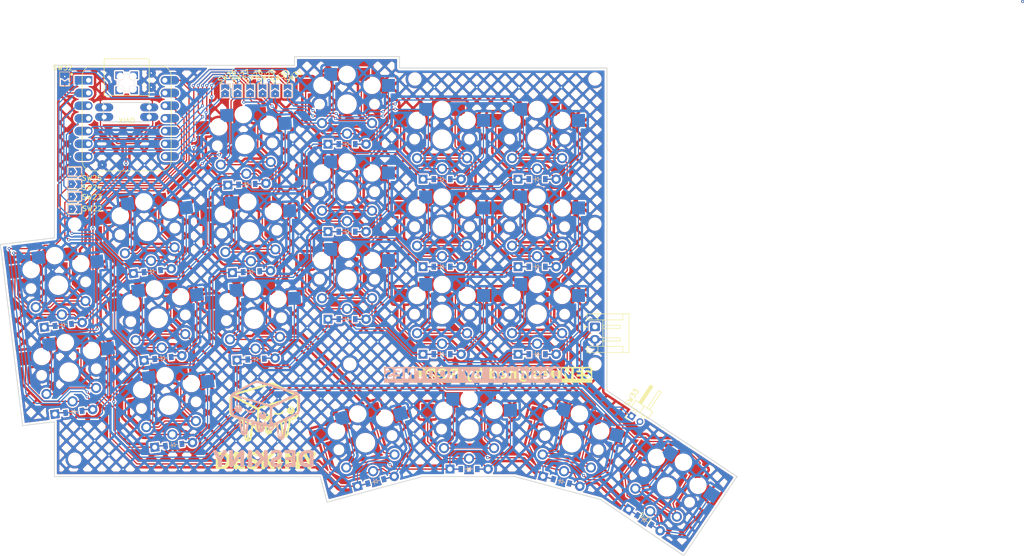
<source format=kicad_pcb>
(kicad_pcb (version 20240108) (generator "pcbnew") (generator_version "8.0")
  (title_block (title "deskiny") (rev "v1.0.0") (company "Unknown"))
  (layers (0 "F.Cu" signal) (31 "B.Cu" signal) (34 "B.Paste" user) (35 "F.Paste" user) (36 "B.SilkS" user "B.Silkscreen") (37 "F.SilkS" user "F.Silkscreen") (38 "B.Mask" user) (39 "F.Mask" user) (44 "Edge.Cuts" user))
  (net 0 "")
  (net 1 "Net-(D1-A)")
  (net 2 "Row 0")
  (net 3 "Row 1")
  (net 4 "Net-(D2-A)")
  (net 5 "Net-(D3-A)")
  (net 6 "Net-(D4-A)")
  (net 7 "Net-(D5-A)")
  (net 8 "Row 2")
  (net 9 "Net-(D6-A)")
  (net 10 "Net-(D7-A)")
  (net 11 "Net-(D8-A)")
  (net 12 "Net-(D9-A)")
  (net 13 "Row 3")
  (net 14 "Net-(D10-A)")
  (net 15 "Net-(D11-A)")
  (net 16 "Net-(D12-A)")
  (net 17 "Net-(D13-A)")
  (net 18 "Net-(D14-A)")
  (net 19 "Net-(D15-A)")
  (net 20 "Net-(D16-A)")
  (net 21 "Net-(D17-A)")
  (net 22 "Net-(D18-A)")
  (net 23 "Net-(D19-A)")
  (net 24 "Net-(D20-A)")
  (net 25 "Net-(D21-A)")
  (net 26 "Col 0")
  (net 27 "Col 1")
  (net 28 "Col 2")
  (net 29 "Col 3")
  (net 30 "Col 4")
  (net 31 "Col 5")
  (net 36 "Col 0 Left")
  (net 37 "Row 2 Right")
  (net 38 "Row 3 Right")
  (net 39 "Col 0 Right")
  (net 40 "Row 2 Left")
  (net 41 "Row 3 Left")
  (net 42 "Col 2 Right")
  (net 43 "Col 1 Right")
  (net 44 "GND")
  (net 45 "Col 1 Left")
  (net 46 "Col 2 Left")
  (net 47 "5V Left")
  (net 48 "5V Right")
  (net 49 "GND Left")
  (net 50 "GND Right")
  (net 51 "Net-(BT1-+)")
  (net 52 "BAT")
  (footprint "Library:Key" (layer "F.Cu") (at 155.44 70.52)
    (property "Reference" "SW15" (hide yes))
    (property "Value" "SW_Push_45deg" (hide yes))
  )
  (footprint "Library:PinHeader_1x02_P2.00mm_Horizontal" (layer "F.Cu") (at 193.332227 108.396122 56.5)
    (property "Reference" "SW33")
    (property "Value" "SW_DIP_x01")
  )
  (footprint "Library:Diode" (layer "F.Cu") (at 174.436853 61.021102)
    (property "Reference" "D18" (hide yes))
    (property "Value" "1N4448")
  )
  (footprint "Library:Diode" (layer "F.Cu") (at 79.715251 90.155425 7)
    (property "Reference" "D1" (hide yes))
    (property "Value" "1N4448")
  )
  (footprint "Library:MountingHole_2.2mm_M2" (layer "F.Cu") (at 186 41)
    (property "Reference" "REF**" (hide yes))
    (property "Value" "MountingHole_2.2mm_M2")
  )
  (footprint "Library:Diode" (layer "F.Cu") (at 155.436853 78.521102)
    (property "Reference" "D15" (hide yes))
    (property "Value" "1N4448")
  )
  (footprint "Library:Key" (layer "F.Cu") (at 174.44 53.02)
    (property "Reference" "SW18" (hide yes))
    (property "Value" "SW_Push_45deg" (hide yes))
  )
  (footprint "Library:Key" (layer "F.Cu") (at 80.846853 99.591102 7)
    (property "Reference" "SW2" (hide yes))
    (property "Value" "SW_Push_45deg" (hide yes))
  )
  (footprint "Library:Diode" (layer "F.Cu") (at 174.436853 78.521102)
    (property "Reference" "D19" (hide yes))
    (property "Value" "1N4448")
  )
  (footprint "Library:Key" (layer "F.Cu") (at 140.126853 113.701102 15)
    (property "Reference" "SW9" (hide yes))
    (property "Value" "SW_Push_45deg" (hide yes))
  )
  (footprint "Library:Diode" (layer "F.Cu") (at 101.775251 114.145425 7)
    (property "Reference" "D5" (hide yes))
    (property "Value" "1N4448")
  )
  (footprint "Library:Key" (layer "F.Cu") (at 117.832391 89.00479 3)
    (property "Reference" "SW8" (hide yes))
    (property "Value" "SW_Push_45deg" (hide yes))
  )
  (footprint "Library:Diode" (layer "F.Cu") (at 136.436853 71.521102)
    (property "Reference" "D11" (hide yes))
    (property "Value" "1N4448")
  )
  (footprint "Library:JST_EH_S2B-EH_1x02_P2.50mm_Horizontal" (layer "F.Cu") (at 186 90.55 -90)
    (property "Reference" "BT1" (hide yes))
    (property "Value" "Battery_Cell")
  )
  (footprint "Library:SolderJumper" (layer "F.Cu") (at 82 59.5)
    (property "Reference" "SW25")
    (property "Value" "SW_SPDT_312")
  )
  (footprint "Library:Key" (layer "F.Cu") (at 155.44 53.02)
    (property "Reference" "SW14" (hide yes))
    (property "Value" "SW_Push_45deg" (hide yes))
  )
  (footprint "Library:LOGO" (layer "F.Cu") (at 120.13 110.26)
    (property "Reference" "G***")
    (property "Value" "LOGO" (hide yes))
  )
  (footprint "Library:SolderJumper" (layer "F.Cu") (at 112.0575 43.34 90)
    (property "Reference" "SW26")
    (property "Value" "SW_SPDT_312")
  )
  (footprint "Library:MountingHole_2.2mm_M2" (layer "F.Cu") (at 186 98)
    (property "Reference" "REF**" (hide yes))
    (property "Value" "MountingHole_2.2mm_M2")
  )
  (footprint "Library:SolderJumper" (layer "F.Cu") (at 82 64.5)
    (property "Reference" "SW23")
    (property "Value" "SW_SPDT_312")
  )
  (footprint "Library:MountingHole_2.2mm_M2" (layer "F.Cu") (at 82 117)
    (property "Reference" "REF**" (hide yes))
    (property "Value" "MountingHole_2.2mm_M2")
  )
  (footprint "Library:Key" (layer "F.Cu") (at 136.44 46.02)
    (property "Reference" "SW10" (hide yes))
    (property "Value" "SW_Push_45deg" (hide yes))
  )
  (footprint "Library:MountingHole_2.2mm_M2" (layer "F.Cu") (at 150 41)
    (property "Reference" "REF**" (hide yes))
    (property "Value" "MountingHole_2.2mm_M2")
  )
  (footprint "Library:Key" (layer "F.Cu") (at 136.44 63.52)
    (property "Reference" "SW11" (hide yes))
    (property "Value" "SW_Push_45deg" (hide yes))
  )
  (footprint "Library:Diode" (layer "F.Cu") (at 97.515251 79.405425 7)
    (property "Reference" "D3" (hide yes))
    (property "Value" "1N4448")
  )
  (footprint "Library:Key" (layer "F.Cu") (at 78.71414 82.221544 7)
    (property "Reference" "SW1" (hide yes))
    (property "Value" "SW_Push_45deg" (hide yes))
  )
  (footprint "Library:Diode" (layer "F.Cu") (at 155.44 61.02)
    (property "Reference" "D14" (hide yes))
    (property "Value" "1N4448")
  )
  (footprint "Library:Key" (layer "F.Cu") (at 100.802054 106.2085 7)
    (property "Reference" "SW5" (hide yes))
    (property "Value" "SW_Push_45deg" (hide yes))
  )
  (footprint "Library:Diode" (layer "F.Cu") (at 99.640251 96.780425 7)
    (property "Reference" "D4" (hide yes))
    (property "Value" "1N4448")
  )
  (footprint "Library:SolderJumper" (layer "F.Cu") (at 80 40.974999 -90)
    (property "Reference" "SW32")
    (property "Value" "SW_SPDT_312")
  )
  (footprint "Library:SolderJumper" (layer "F.Cu") (at 82 62)
    (property "Reference" "SW24")
    (property "Value" "SW_SPDT_312")
  )
  (footprint "Library:SolderJumper" (layer "F.Cu") (at 119.5575 43.34 90)
    (property "Reference" "SW29")
    (property "Value" "SW_SPDT_312")
  )
  (footprint "Library:SolderJumper" (layer "F.Cu") (at 117.0575 43.34 90)
    (property "Reference" "SW28")
    (property "Value" "SW_SPDT_312")
  )
  (footprint "Library:Key" (layer "F.Cu") (at 160.836853 110.981102)
    (property "Reference" "SW13" (hide yes))
    (property "Value" "SW_Push_45deg" (hide yes))
  )
  (footprint "Library:Key" (layer "F.Cu") (at 116.000632 54.052756 3)
    (property "Reference" "SW6" (hide yes))
    (property "Value" "SW_Push_45deg" (hide yes))
  )
  (footprint "Library:Diode" (layer "F.Cu") (at 195.885482 129.171628 -34)
    (property "Reference" "D21")
    (property "Value" "1N4448")
  )
  (footprint "Library:SolderJumper" (layer "F.Cu") (at 82 67)
    (property "Reference" "SW22")
    (property "Value" "SW_SPDT_312")
  )
  (footprint "Library:Diode" (layer "F.Cu") (at 117.332073 79.520503 3)
    (property "Reference" "D7" (hide yes))
    (property "Value" "1N4448")
  )
  (footprint "Library:Diode" (layer "F.Cu") (at 118.252073 96.990503 3)
    (property "Reference" "D8" (hide yes))
    (property "Value" "1N4448")
  )
  (footprint "Library:MountingHole_2.2mm_M2" (layer "F.Cu") (at 137 98)
    (property "Reference" "REF**" (hide yes))
    (property "Value" "MountingHole_2.2mm_M2")
  )
  (footprint "Library:Diode" (layer "F.Cu") (at 155.436853 96.021102)
    (property "Reference" "D16" (hide yes))
    (property "Value" "1N4448")
  )
  (footprint "Library:Diode" (layer "F.Cu") (at 174.446853 96.021102)
    (property "Reference" "D20" (hide yes))
    (property "Value" "1N4448")
  )
  (footprint "Library:Diode" (layer "F.Cu") (at 81.815251 107.530425 7)
    (property "Reference" "D2" (hide yes))
    (property "Value" "1N4448")
  )
  (footprint "Library:Key" (layer "F.Cu") (at 200.356853 122.541102 -34)
    (property "Reference" "SW21" (hide yes))
    (property "Value" "SW_Push_45deg" (hide yes))
  )
  (footprint "Library:Key" (layer "F.Cu") (at 174.44 88.02)
    (property "Reference" "SW20" (hide yes))
    (property "Value" "SW_Push_45deg" (hide yes))
  )
  (footprint "Library:Diode" (layer "F.Cu") (at 136.436853 89.021102)
    (property "Reference" "D12" (hide yes))
    (property "Value" "1N4448")
  )
  (footprint "Library:Key" (layer "F.Cu") (at 96.536627 71.469384 7)
    (property "Reference" "SW3" (hide yes))
    (property "Value" "SW_Push_45deg" (hide yes))
  )
  (footprint "Library:Key" (layer "F.Cu") (at 136.44 81.02)
    (property "Reference" "SW12" (hide yes))
    (property "Value" "SW_Push_45deg" (hide yes))
  )
  (footprint "Library:Diode" (layer "F.Cu") (at 136.436853 54.021102)
    (property "Reference" "D10" (hide yes))
    (property "Value" "1N4448")
  )
  (footprint "Library:MountingHole_2.2mm_M2" (layer "F.Cu") (at 186 70)
    (property "Reference" "REF**" (hide yes))
    (property "Value" "MountingHole_2.2mm_M2")
  )
  (footprint "Library:SolderJumper" (layer "F.Cu") (at 124.5575 43.34 90)
    (property "Reference" "SW31")
    (property "Value" "SW_SPDT_312")
  )
  (footprint "Library:Diode" (layer "F.Cu") (at 142.196676 121.427204 15)
    (property "Reference" "D9" (hide yes))
    (property "Value" "1N4448")
  )
  (footprint "Library:Key" (layer "F.Cu") (at 181.356853 113.701102 -15)
    (property "Reference" "SW17" (hide yes))
    (property "Value" "SW_Push_45deg" (hide yes))
  )
  (footprint "Library:Key" (layer "F.Cu") (at 155.44 88.02)
    (property "Reference" "SW16" (hide yes))
    (property "Value" "SW_Push_45deg" (hide yes))
  )
  (footprint "Library:SolderJumper" (layer "F.Cu") (at 122.0575 43.34 90)
    (property "Reference" "SW30")
    (property "Value" "SW_SPDT_312")
  )
  (footprint "Library:Diode" (layer "F.Cu") (at 160.836853 118.981102)
    (property "Reference" "D13" (hide yes))
    (property "Value" "1N4448")
  )
  (footprint "Library:SolderJumper" (layer "F.Cu") (at 114.5575 43.34 90)
    (property "Reference" "SW27")
    (property "Value" "SW_SPDT_312")
  )
  (footprint "Library:Key" (layer "F.Cu") (at 116.916512 71.528773 3)
    (property "Reference" "SW7" (hide yes))
    (property "Value" "SW_Push_45deg" (hide yes))
  )
  (footprint "Library:MountingHole_2.2mm_M2" (layer "F.Cu") (at 82 70)
    (property "Reference" "REF**" (hide yes))
    (property "Value" "MountingHole_2.2mm_M2")
  )
  (footprint "Library:Diode" (layer "F.Cu") (at 116.418423 62.033074 2.5)
    (property "Reference" "D6" (hide yes))
    (property "Value" "1N4448")
  )
  (footprint "Library:Key" (layer "F.Cu") (at 174.44 70.52)
    (property "Reference" "SW19" (hide yes))
    (property "Value" "SW_Push_45deg" (hide yes))
  )
  (footprint "Library:Key" (layer "F.Cu") (at 98.669341 88.838942 7)
    (property "Reference" "SW4" (hide yes))
    (property "Value" "SW_Push_45deg" (hide yes))
  )
  (footprint "Library:KeyboardXIAO" (layer "F.Cu") (at 92.3895 49.478035)
    (property "Reference" "U1" (hide yes))
    (property "Value" "xiao-ble")
  )
  (footprint "Library:Diode" (layer "F.Cu") (at 179.29703 121.427204 -15)
    (property "Reference" "D17" (hide yes))
    (property "Value" "1N4448")
  )
  (footprint "Library:LOGO" (layer "B.Cu") (at 119.802463 109.878466 180)
    (property "Reference" "G***")
    (property "Value" "LOGO" (hide yes))
  )
  (gr_line (start 71.582877 110.299919) (end 77.936853 109.519748) (stroke (width 0.15)) (layer "Edge.Cuts"))
  (gr_line (start 146.94 36.52) (end 125.94 36.52) (stroke (width 0.15)) (layer "Edge.Cuts"))
  (gr_line (start 188.41 38.791102) (end 188.41 103.3) (stroke (width 0.15)) (layer "Edge.Cuts"))
  (gr_line (start 94 43.4) (end 94 40) (stroke (width 0.05)) (layer "Edge.Cuts"))
  (gr_line (start 146.94 38.791102) (end 188.41 38.791102) (stroke (width 0.15)) (layer "Edge.Cuts"))
  (gr_line (start 131.075828 120.491102) (end 132.443413 125.594997) (stroke (width 0.15)) (layer "Edge.Cuts"))
  (gr_line (start 125.94 36.52) (end 125.94 38.26) (stroke (width 0.15)) (layer "Edge.Cuts"))
  (gr_line (start 77.936853 120.491102) (end 131.075828 120.491102) (stroke (width 0.15)) (layer "Edge.Cuts"))
  (gr_line (start 203.749415 136.288484) (end 214.37408 120.53677) (stroke (width 0.15)) (layer "Edge.Cuts"))
  (gr_line (start 151.491409 120.491102) (end 169.992297 120.491102) (stroke (width 0.15)) (layer "Edge.Cuts"))
  (gr_line (start 146.94 38.791102) (end 146.94 36.52) (stroke (width 0.15)) (layer "Edge.Cuts"))
  (gr_line (start 169.992297 120.491102) (end 187.141285 125.08616) (stroke (width 0.15)) (layer "Edge.Cuts"))
  (gr_line (start 132.443413 125.594997) (end 151.491409 120.491102) (stroke (width 0.15)) (layer "Edge.Cuts"))
  (gr_line (start 90.8 43.4) (end 94 43.4) (stroke (width 0.05)) (layer "Edge.Cuts"))
  (gr_line (start 188.41 103.3) (end 214.436853 120.491102) (stroke (width 0.15)) (layer "Edge.Cuts"))
  (gr_line (start 77.936853 72.74564) (end 67.134646 74.071984) (stroke (width 0.15)) (layer "Edge.Cuts"))
  (gr_line (start 90.8 40) (end 90.8 43.4) (stroke (width 0.05)) (layer "Edge.Cuts"))
  (gr_line (start 93.6 40) (end 90.8 40) (stroke (width 0.05)) (layer "Edge.Cuts"))
  (gr_line (start 214.306374 120.491102) (end 214.436853 120.491102) (stroke (width 0.15)) (layer "Edge.Cuts"))
  (gr_line (start 187.141285 125.08616) (end 203.749415 136.288484) (stroke (width 0.15)) (layer "Edge.Cuts"))
  (gr_line (start 67.134646 74.071984) (end 71.582877 110.299919) (stroke (width 0.15)) (layer "Edge.Cuts"))
  (gr_line (start 77.996853 38.26) (end 77.936853 72.74564) (stroke (width 0.15)) (layer "Edge.Cuts"))
  (gr_line (start 125.94 38.26) (end 77.996853 38.26) (stroke (width 0.15)) (layer "Edge.Cuts"))
  (gr_line (start 214.37408 120.53677) (end 214.306374 120.491102) (stroke (width 0.15)) (layer "Edge.Cuts"))
  (gr_line (start 94 40) (end 93.6 40) (stroke (width 0.05)) (layer "Edge.Cuts"))
  (gr_line (start 77.936853 109.519748) (end 77.936853 120.491102) (stroke (width 0.15)) (layer "Edge.Cuts"))
  (gr_rect (start 87.75 45.7) (end 96.9 49.55) (stroke (width 0.15)) (fill none) (layer "Edge.Cuts"))
  (gr_text "Designed by RODTNES" (at 179.4 98.9 0) (layer "B.SilkS" knockout) (effects (font (size 2 2) (thickness 0.2) (bold yes)) (justify left top mirror)))
  (gr_text "Designed by RODTNES" (at 149.9 98.9 -0) (layer "F.SilkS" knockout) (effects (font (size 2 2) (thickness 0.2) (bold yes)) (justify left top)))
  (via (at 271.5 25.5) (size 0.6) (drill 0.3) (layers "F.Cu" "B.Cu") (net 0))
  (segment (start 70.043811 79.507965) (end 70.043811 84.399036) (width 0.25) (layer "F.Cu") (net 1))
  (segment (start 73.722341 88.077566) (end 79.433169 88.077566) (width 0.25) (layer "F.Cu") (net 1))
  (segment (start 81.61619 89.691103) (end 81.352952 89.954341) (width 0.25) (layer "F.Cu") (net 1))
  (segment (start 83.496852 89.691103) (end 81.61619 89.691103) (width 0.25) (layer "F.Cu") (net 1))
  (segment (start 81.883315 88.077566) (end 83.496852 89.691103) (width 0.25) (layer "F.Cu") (net 1))
  (segment (start 79.433169 88.077566) (end 81.883315 88.077566) (width 0.25) (layer "F.Cu") (net 1))
  (segment (start 70.043811 84.399036) (end 73.722341 88.077566) (width 0.25) (layer "F.Cu") (net 1))
  (segment (start 86.470449 86.717506) (end 83.496852 89.691103) (width 0.25) (layer "B.Cu") (net 1))
  (segment (start 83.496852 89.691103) (end 81.61619 89.691103) (width 0.25) (layer "B.Cu") (net 1))
  (segment (start 86.470449 77.491027) (end 86.470449 86.717506) (width 0.25) (layer "B.Cu") (net 1))
  (segment (start 81.61619 89.691103) (end 81.352952 89.954341) (width 0.25) (layer "B.Cu") (net 1))
  (segment (start 95.87755 79.606509) (end 93.996888 79.606509) (width 0.25) (layer "F.Cu") (net 2))
  (segment (start 76.196888 90.356509) (end 75.93365 90.619747) (width 0.25) (layer "F.Cu") (net 2))
  (segment (start 80.525 70.925) (end 81.45 71.85) (width 0.25) (layer "F.Cu") (net 2))
  (segment (start 153.79 61.02) (end 151.63 61.02) (width 0.25) (layer "F.Cu") (net 2))
  (segment (start 92.837974 79.869747) (end 86.5 86.207721) (width 0.25) (layer "F.Cu") (net 2))
  (segment (start 80.525 67.775) (end 80.525 70.925) (width 0.25) (layer "F.Cu") (net 2))
  (segment (start 112.706267 62.105046) (end 112.612049 62.199264) (width 0.25) (layer "F.Cu") (net 2))
  (segment (start 86.5 86.207721) (end 86.5 91) (width 0.25) (layer "F.Cu") (net 2))
  (segment (start 114.769993 62.105046) (end 112.706267 62.105046) (width 0.25) (layer "F.Cu") (net 2))
  (segment (start 93.996888 79.606509) (end 93.73365 79.869747) (width 0.25) (layer "F.Cu") (net 2))
  (segment (start 81.3 67) (end 80.525 67.775) (width 0.25) (layer "F.Cu") (net 2))
  (segment (start 172.786853 61.021102) (end 170.626853 61.021102) (width 0.25) (layer "F.Cu") (net 2))
  (segment (start 93.73365 79.869747) (end 92.837974 79.869747) (width 0.25) (layer "F.Cu") (net 2))
  (segment (start 134.786853 54.021102) (end 132.626853 54.021102) (width 0.25) (layer "F.Cu") (net 2))
  (segment (start 78.07755 90.356509) (end 76.196888 90.356509) (width 0.25) (layer "F.Cu") (net 2))
  (via (at 81.3 67) (size 0.6) (drill 0.3) (layers "F.Cu" "B.Cu") (net 2))
  (via (at 81.45 71.85) (size 0.6) (drill 0.3) (layers "F.Cu" "B.Cu") (net 2))
  (via (at 86.5 91) (size 0.6) (drill 0.3) (layers "F.Cu" "B.Cu") (net 2))
  (segment (start 95.87755 79.606509) (end 93.996888 79.606509) (width 0.25) (layer "B.Cu") (net 2))
  (segment (start 172.786853 61.021102) (end 170.626853 61.021102) (width 0.25) (layer "B.Cu") (net 2))
  (segment (start 117.394384 63.194384) (end 116.305046 62.105046) (width 0.25) (layer "B.Cu") (net 2))
  (segment (start 93.73365 79.869747) (end 85.713903 71.85) (width 0.25) (layer "B.Cu") (net 2))
  (segment (start 127.105616 63.194384) (end 117.394384 63.194384) (width 0.25) (layer "B.Cu") (net 2))
  (segment (start 86.5 91) (end 86.2 91.3) (width 0.25) (layer "B.Cu") (net 2))
  (segment (start 78.07755 90.356509) (end 76.196888 90.356509) (width 0.25) (layer "B.Cu") (net 2))
  (segment (start 112.612049 62.199264) (end 110.250736 62.199264) (width 0.25) (layer "B.Cu") (net 2))
  (segment (start 155.35 61.1) (end 155.15 61.1) (width 0.25) (layer "B.Cu") (net 2))
  (segment (start 155.15 61.1) (end 155.07 61.02) (width 0.25) (layer "B.Cu") (net 2))
  (segment (start 108.9 63.55) (end 108.9 74.8) (width 0.25) (layer "B.Cu") (net 2))
  (segment (start 153.79 61.02) (end 151.63 61.02) (width 0.25) (layer "B.Cu") (net 2))
  (segment (start 102.95 80.75) (end 98.85 80.75) (width 0.25) (layer "B.Cu") (net 2))
  (segment (start 129.678898 54.021102) (end 128.1 55.6) (width 0.25) (layer "B.Cu") (net 2))
  (segment (start 85.713903 71.85) (end 81.45 71.85) (width 0.25) (layer "B.Cu") (net 2))
  (segment (start 146.31 55.7) (end 137.965751 55.7) (width 0.25) (layer "B.Cu") (net 2))
  (segment (start 79.506509 90.356509) (end 78.07755 90.356509) (width 0.25) (layer "B.Cu") (net 2))
  (segment (start 97.706509 79.606509) (end 95.87755 79.606509) (width 0.25) (layer "B.Cu") (net 2))
  (segment (start 98.85 80.75) (end 97.706509 79.606509) (width 0.25) (layer "B.Cu") (net 2))
  (segment (start 112.706267 62.105046) (end 112.612049 62.199264) (width 0.25) (layer "B.Cu") (net 2))
  (segment (start 167 62.7) (end 156.95 62.7) (width 0.25) (layer "B.Cu") (net 2))
  (segment (start 128.1 55.6) (end 128.1 62.2) (width 0.25) (layer "B.Cu") (net 2))
  (segment (start 151.63 61.02) (end 146.31 55.7) (width 0.25) (layer "B.Cu") (net 2))
  (segment (start 134.786853 54.021102) (end 132.626853 54.021102) (width 0.25) (layer "B.Cu") (net 2))
  (segment (start 136.286853 54.021102) (end 134.786853 54.021102) (width 0.25) (layer "B.Cu") (net 2))
  (segment (start 155.07 61.02) (end 153.79 61.02) (width 0.25) (layer "B.Cu") (net 2))
  (segment (start 76.196888 90.356509) (end 75.93365 90.619747) (width 0.25) (layer "B.Cu") (net 2))
  (segment (start 137.965751 55.7) (end 136.286853 54.021102) (width 0.25) (layer "B.Cu") (net 2))
  (segment (start 108.9 74.8) (end 102.95 80.75) (width 0.25) (layer "B.Cu") (net 2))
  (segment (start 116.305046 62.105046) (end 114.769993 62.105046) (width 0.25) (layer "B.Cu") (net 2))
  (segment (start 156.95 62.7) (end 155.35 61.1) (width 0.25) (layer "B.Cu") (net 2))
  (segment (start 114.769993 62.105046) (end 112.706267 62.105046) (width 0.25) (layer "B.Cu") (net 2))
  (segment (start 80.45 91.3) (end 79.506509 90.356509) (width 0.25) (layer "B.Cu") (net 2))
  (segment (start 128.1 62.2) (end 127.105616 63.194384) (width 0.25) (layer "B.Cu") (net 2))
  (segment (start 170.626853 61.021102) (end 168.678898 61.021102) (width 0.25) (layer "B.Cu") (net 2))
  (segment (start 168.678898 61.021102) (end 167 62.7) (width 0.25) (layer "B.Cu") (net 2))
  (segment (start 86.2 91.3) (end 80.45 91.3) (width 0.25) (layer "B.Cu") (net 2))
  (segment (start 132.626853 54.021102) (end 129.678898 54.021102) (width 0.25) (layer "B.Cu") (net 2))
  (segment (start 110.250736 62.199264) (end 108.9 63.55) (width 0.25) (layer "B.Cu") (net 2))
  (segment (start 93.996888 79.606509) (end 93.73365 79.869747) (width 0.25) (layer "B.Cu") (net 2))
  (segment (start 134.786853 71.521102) (end 132.626853 71.521102) (width 0.25) (layer "F.Cu") (net 3))
  (segment (start 115.684334 79.606857) (end 113.64034 79.606857) (width 0.25) (layer "F.Cu") (net 3))
  (segment (start 80.17755 107.731509) (end 78.296888 107.731509) (width 0.25) (layer "F.Cu") (net 3))
  (segment (start 98.00255 96.981509) (end 96.121888 96.981509) (width 0.25) (layer "F.Cu") (net 3))
  (segment (start 80.8 73.15) (end 80.025 72.375) (width 0.25) (layer "F.Cu") (net 3))
  (segment (start 172.786853 78.521102) (end 170.626853 78.521102) (width 0.25) (layer "F.Cu") (net 3))
  (segment (start 96.121888 96.981509) (end 95.85865 97.244747) (width 0.25) (layer "F.Cu") (net 3))
  (segment (start 113.64034 79.606857) (end 113.527294 79.719903) (width 0.25) (layer "F.Cu") (net 3))
  (segment (start 153.786853 78.521102) (end 151.626853 78.521102) (width 0.25) (layer "F.Cu") (net 3))
  (segment (start 78.296888 107.731509) (end 78.03365 107.994747) (width 0.25) (layer "F.Cu") (net 3))
  (segment (start 80.025 72.375) (end 80.025 65.725) (width 0.25) (layer "F.Cu") (net 3))
  (segment (start 80.025 65.725) (end 81.25 64.5) (width 0.25) (layer "F.Cu") (net 3))
  (via (at 81.25 64.5) (size 0.6) (drill 0.3) (layers "F.Cu" "B.Cu") (net 3))
  (via (at 80.8 73.15) (size 0.6) (drill 0.3) (layers "F.Cu" "B.Cu") (net 3))
  (segment (start 134.786853 71.521102) (end 132.626853 71.521102) (width 0.25) (layer "B.Cu") (net 3))
  (segment (start 89.9 91.286097) (end 89.9 77) (width 0.25) (layer "B.Cu") (net 3))
  (segment (start 129.15 72.75) (end 129.15 77.15) (width 0.25) (layer "B.Cu") (net 3))
  (segment (start 155.021102 78.521102) (end 153.786853 78.521102) (width 0.25) (layer "B.Cu") (net 3))
  (segment (start 96.121888 96.981509) (end 95.85865 97.244747) (width 0.25) (layer "B.Cu") (net 3))
  (segment (start 153.786853 78.521102) (end 151.626853 78.521102) (width 0.25) (layer "B.Cu") (net 3))
  (segment (start 113.64034 79.606857) (end 113.527294 79.719903) (width 0.25) (layer "B.Cu") (net 3))
  (segment (start 115.684334 79.606857) (end 113.64034 79.606857) (width 0.25) (layer "B.Cu") (net 3))
  (segment (start 130.378898 71.521102) (end 129.15 72.75) (width 0.25) (layer "B.Cu") (net 3))
  (segment (start 99.681509 96.981509) (end 98.00255 96.981509) (width 0.25) (layer "B.Cu") (net 3))
  (segment (start 125.651397 80.648603) (end 118.198603 80.648603) (width 0.25) (layer "B.Cu") (net 3))
  (segment (start 105.55 97.95) (end 100.65 97.95) (width 0.25) (layer "B.Cu") (net 3))
  (segment (start 109.6 93.9) (end 105.55 97.95) (width 0.25) (layer "B.Cu") (net 3))
  (segment (start 87.55 107.75) (end 86.55 108.75) (width 0.25) (layer "B.Cu") (net 3))
  (segment (start 89.9 77) (end 86.05 73.15) (width 0.25) (layer "B.Cu") (net 3))
  (segment (start 110.930097 79.719903) (end 109.6 81.05) (width 0.25) (layer "B.Cu") (net 3))
  (segment (start 172.786853 78.521102) (end 170.626853 78.521102) (width 0.25) (layer "B.Cu") (net 3))
  (segment (start 137.598602 72.848602) (end 136.271102 71.521102) (width 0.25) (layer "B.Cu") (net 3))
  (segment (start 145.954353 72.848602) (end 137.598602 72.848602) (width 0.25) (layer "B.Cu") (net 3))
  (segment (start 87.55 106.449073) (end 87.55 107.75) (width 0.25) (layer "B.Cu") (net 3))
  (segment (start 82.75 108.75) (end 81.731509 107.731509) (width 0.25) (layer "B.Cu") (net 3))
  (segment (start 132.626853 71.521102) (end 130.378898 71.521102) (width 0.25) (layer "B.Cu") (net 3))
  (segment (start 109.6 81.05) (end 109.6 93.9) (width 0.25) (layer "B.Cu") (net 3))
  (segment (start 98.00255 96.981509) (end 96.121888 96.981509) (width 0.25) (layer "B.Cu") (net 3))
  (segment (start 86.55 108.75) (end 82.75 108.75) (width 0.25) (layer "B.Cu") (net 3))
  (segment (start 129.15 77.15) (end 125.651397 80.648603) (width 0.25) (layer "B.Cu") (net 3))
  (segment (start 118.198603 80.648603) (end 117.156857 79.606857) (width 0.25) (layer "B.Cu") (net 3))
  (segment (start 81.731509 107.731509) (end 80.17755 107.731509) (width 0.25) (layer "B.Cu") (net 3))
  (segment (start 78.296888 107.731509) (end 78.03365 107.994747) (width 0.25) (layer "B.Cu") (net 3))
  (segment (start 100.65 97.95) (end 99.681509 96.981509) (width 0.25) (layer "B.Cu") (net 3))
  (segment (start 86.05 73.15) (end 80.8 73.15) (width 0.25) (layer "B.Cu") (net 3))
  (segment (start 169.128898 78.521102) (end 167.801398 79.848602) (width 0.25) (layer "B.Cu") (net 3))
  (segment (start 95.85865 97.244747) (end 95.85865 98.140423) (width 0.25) (layer "B.Cu") (net 3))
  (segment (start 95.85865 97.244747) (end 89.9 91.286097) (width 0.25) (layer "B.Cu") (net 3))
  (segment (start 136.271102 71.521102) (end 134.786853 71.521102) (width 0.25) (layer "B.Cu") (net 3))
  (segment (start 167.801398 79.848602) (end 156.351398 79.848602) (width 0.25) (layer "B.Cu") (net 3))
  (segment (start 117.156857 79.606857) (end 115.684334 79.606857) (width 0.25) (layer "B.Cu") (net 3))
  (segment (start 113.527294 79.719903) (end 110.930097 79.719903) (width 0.25) (layer "B.Cu") (net 3))
  (segment (start 95.85865 98.140423) (end 87.55 106.449073) (width 0.25) (layer "B.Cu") (net 3))
  (segment (start 170.626853 78.521102) (end 169.128898 78.521102) (width 0.25) (layer "B.Cu") (net 3))
  (segment (start 156.351398 79.848602) (end 156.35 79.85) (width 0.25) (layer "B.Cu") (net 3))
  (segment (start 151.626853 78.521102) (end 145.954353 72.848602) (width 0.25) (layer "B.Cu") (net 3))
  (segment (start 80.17755 107.731509) (end 78.296888 107.731509) (width 0.25) (layer "B.Cu") (net 3))
  (segment (start 156.35 79.85) (end 155.021102 78.521102) (width 0.25) (layer "B.Cu") (net 3))
  (segment (start 85.596852 107.066103) (end 83.71619 107.066103) (width 0.25) (layer "F.Cu") (net 4))
  (segment (start 81.565882 105.447124) (end 83.977873 105.447124) (width 0.25) (layer "F.Cu") (net 4))
  (segment (start 83.977873 105.447124) (end 85.596852 107.066103) (width 0.25) (layer "F.Cu") (net 4))
  (segment (start 75.855054 105.447124) (end 81.565882 105.447124) (width 0.25) (layer "F.Cu") (net 4))
  (segment (start 83.71619 107.066103) (end 83.452952 107.329341) (width 0.25) (layer "F.Cu") (net 4))
  (segment (start 72.176524 101.768594) (end 75.855054 105.447124) (width 0.25) (layer "F.Cu") (net 4))
  (segment (start 72.176524 96.877523) (end 72.176524 101.768594) (width 0.25) (layer "F.Cu") (net 4))
  (segment (start 88.603162 104.059793) (end 85.596852 107.066103) (width 0.25) (layer "B.Cu") (net 4))
  (segment (start 85.596852 107.066103) (end 83.71619 107.066103) (width 0.25) (layer "B.Cu") (net 4))
  (segment (start 83.71619 107.066103) (end 83.452952 107.329341) (width 0.25) (layer "B.Cu") (net 4))
  (segment (start 88.603162 94.860585) (end 88.603162 104.059793) (width 0.25) (layer "B.Cu") (net 4))
  (segment (start 97.255656 77.325406) (end 99.681155 77.325406) (width 0.25) (layer "F.Cu") (net 5))
  (segment (start 87.866298 68.755805) (end 87.866298 73.646876) (width 0.25) (layer "F.Cu") (net 5))
  (segment (start 101.296852 78.941103) (end 99.41619 78.941103) (width 0.25) (layer "F.Cu") (net 5))
  (segment (start 99.41619 78.941103) (end 99.152952 79.204341) (width 0.25) (layer "F.Cu") (net 5))
  (segment (start 99.681155 77.325406) (end 101.296852 78.941103) (width 0.25) (layer "F.Cu") (net 5))
  (segment (start 87.866298 73.646876) (end 91.544828 77.325406) (width 0.25) (layer "F.Cu") (net 5))
  (segment (start 91.544828 77.325406) (end 97.255656 77.325406) (width 0.25) (layer "F.Cu") (net 5))
  (segment (start 101.296852 78.941103) (end 99.41619 78.941103) (width 0.25) (layer "B.Cu") (net 5))
  (segment (start 99.41619 78.941103) (end 99.152952 79.204341) (width 0.25) (layer "B.Cu") (net 5))
  (segment (start 104.292936 66.738867) (end 104.292936 75.945019) (width 0.25) (layer "B.Cu") (net 5))
  (segment (start 104.292936 75.945019) (end 101.296852 78.941103) (width 0.25) (layer "B.Cu") (net 5))
  (segment (start 93.677542 94.694964) (end 99.38837 94.694964) (width 0.25) (layer "F.Cu") (net 6))
  (segment (start 103.421852 96.316103) (end 101.54119 96.316103) (width 0.25) (layer "F.Cu") (net 6))
  (segment (start 99.38837 94.694964) (end 101.800713 94.694964) (width 0.25) (layer "F.Cu") (net 6))
  (segment (start 89.999012 86.125363) (end 89.999012 91.016434) (width 0.25) (layer "F.Cu") (net 6))
  (segment (start 101.54119 96.316103) (end 101.277952 96.579341) (width 0.25) (layer "F.Cu") (net 6))
  (segment (start 89.999012 91.016434) (end 93.677542 94.694964) (width 0.25) (layer "F.Cu") (net 6))
  (segment (start 101.800713 94.694964) (end 103.421852 96.316103) (width 0.25) (layer "F.Cu") (net 6))
  (segment (start 106.42565 84.108425) (end 106.42565 93.312305) (width 0.25) (layer "B.Cu") (net 6))
  (segment (start 106.42565 93.312305) (end 103.421852 96.316103) (width 0.25) (layer "B.Cu") (net 6))
  (segment (start 103.421852 96.316103) (end 101.54119 96.316103) (width 0.25) (layer "B.Cu") (net 6))
  (segment (start 101.54119 96.316103) (end 101.277952 96.579341) (width 0.25) (layer "B.Cu") (net 6))
  (segment (start 103.67619 113.681103) (end 103.412952 113.944341) (width 0.25) (layer "F.Cu") (net 7))
  (segment (start 105.556852 113.681103) (end 103.67619 113.681103) (width 0.25) (layer "F.Cu") (net 7))
  (segment (start 101.521083 112.064522) (end 103.940271 112.064522) (width 0.25) (layer "F.Cu") (net 7))
  (segment (start 92.131725 103.494921) (end 92.131725 108.385992) (width 0.25) (layer "F.Cu") (net 7))
  (segment (start 92.131725 108.385992) (end 95.810255 112.064522) (width 0.25) (layer "F.Cu") (net 7))
  (segment (start 103.940271 112.064522) (end 105.556852 113.681103) (width 0.25) (layer "F.Cu") (net 7))
  (segment (start 95.810255 112.064522) (end 101.521083 112.064522) (width 0.25) (layer "F.Cu") (net 7))
  (segment (start 108.558363 101.477983) (end 108.558363 110.679592) (width 0.25) (layer "B.Cu") (net 7))
  (segment (start 103.67619 113.681103) (end 103.412952 113.944341) (width 0.25) (layer "B.Cu") (net 7))
  (segment (start 108.558363 110.679592) (end 105.556852 113.681103) (width 0.25) (layer "B.Cu") (net 7))
  (segment (start 105.556852 113.681103) (end 103.67619 113.681103) (width 0.25) (layer "B.Cu") (net 7))
  (segment (start 85.3 104.35) (end 87.4 104.35) (width 0.25) (layer "F.Cu") (net 8))
  (segment (start 98.256888 114.346509) (end 97.99365 114.609747) (width 0.25) (layer "F.Cu") (net 8))
  (segment (start 74.35 75.8) (end 69.8 75.8) (width 0.25) (layer "F.Cu") (net 8))
  (segment (start 172.796853 96.021102) (end 170.636853 96.021102) (width 0.25) (layer "F.Cu") (net 8))
  (segment (start 84.5 103.55) (end 85.3 104.35) (width 0.25) (layer "F.Cu") (net 8))
  (segment (start 92.359747 114.609747) (end 97.99365 114.609747) (width 0.25) (layer "F.Cu") (net 8))
  (segment (start 114.56034 97.076857) (end 114.447294 97.189903) (width 0.25) (layer "F.Cu") (net 8))
  (segment (start 134.786853 89.021102) (end 132.626853 89.021102) (width 0.25) (layer "F.Cu") (net 8))
  (segment (start 100.13755 114.346509) (end 98.256888 114.346509) (width 0.25) (layer "F.Cu") (net 8))
  (segment (start 81.275 62) (end 79.1 64.175) (width 0.25) (layer "F.Cu") (net 8))
  (segment (start 78.061512 74.25) (end 75.9 74.25) (width 0.25) (layer "F.Cu") (net 8))
  (segment (start 75.9 74.25) (end 74.35 75.8) (width 0.25) (layer "F.Cu") (net 8))
  (segment (start 90.1 112.35) (end 92.359747 114.609747) (width 0.25) (layer "F.Cu") (net 8))
  (segment (start 79.1 64.175) (end 79.1 73.211512) (width 0.25) (layer "F.Cu") (net 8))
  (segment (start 79.1 73.211512) (end 78.061512 74.25) (width 0.25) (layer "F.Cu") (net 8))
  (segment (start 116.604334 97.076857) (end 114.56034 97.076857) (width 0.25) (layer "F.Cu") (net 8))
  (segment (start 87.4 104.35) (end 90.1 107.05) (width 0.25) (layer "F.Cu") (net 8))
  (segment (start 153.786853 96.021102) (end 151.626853 96.021102) (width 0.25) (layer "F.Cu") (net 8))
  (segment (start 90.1 107.05) (end 90.1 112.35) (width 0.25) (layer "F.Cu") (net 8))
  (via (at 69.8 75.8) (size 0.6) (drill 0.3) (layers "F.Cu" "B.Cu") (net 8))
  (via (at 81.25 62) (size 0.6) (drill 0.3) (layers "F.Cu" "B.Cu") (net 8))
  (via (at 84.5 103.55) (size 0.6) (drill 0.3) (layers "F.Cu" "B.Cu") (net 8))
  (segment (start 80.992894 102.95) (end 83.9 102.95) (width 0.25) (layer "B.Cu") (net 8))
  (segment (start 153.786853 96.021102) (end 151.626853 96.021102) (width 0.25) (layer "B.Cu") (net 8))
  (segment (start 98.256888 114.346509) (end 97.99365 114.609747) (width 0.25) (layer "B.Cu") (net 8))
  (segment (start 100.13755 114.951015) (end 100.13755 114.346509) (width 0.25) (layer "B.Cu") (net 8))
  (segment (start 72.8 102.6) (end 75.563124 105.363124) (width 0.25) (layer "B.Cu") (net 8))
  (segment (start 114.447294 106.7956) (end 105.692894 115.55) (width 0.25) (layer "B.Cu") (net 8))
  (segment (start 136.45 89.184249) (end 136.45 89) (width 0.25) (layer "B.Cu") (net 8))
  (segment (start 155.071102 96.021102) (end 153.786853 96.021102) (width 0.25) (layer "B.Cu") (net 8))
  (segment (start 69.8 75.8) (end 72.8 102.6) (width 0.25) (layer "B.Cu") (net 8))
  (segment (start 116.604334 97.076857) (end 114.56034 97.076857) (width 0.25) (layer "B.Cu") (net 8))
  (segment (start 75.563124 105.363124) (end 78.57977 105.363124) (width 0.25) (layer "B.Cu") (net 8))
  (segment (start 138.265751 91) (end 136.45 89.184249) (width 0.25) (layer "B.Cu") (net 8))
  (segment (start 168.828898 96.021102) (end 167.15 97.7) (width 0.25) (layer "B.Cu") (net 8))
  (segment (start 100.736535 115.55) (end 100.13755 114.951015) (width 0.25) (layer "B.Cu") (net 8))
  (segment (start 136.45 89) (end 136.25 89) (width 0.25) (layer "B.Cu") (net 8))
  (segment (start 114.56034 97.076857) (end 114.447294 97.189903) (width 0.25) (layer "B.Cu") (net 8))
  (segment (start 119.85 98.5) (end 118.426857 97.076857) (width 0.25) (layer "B.Cu") (net 8))
  (segment (start 100.13755 114.346509) (end 98.256888 114.346509) (width 0.25) (layer "B.Cu") (net 8))
  (segment (start 124.7 98.5) (end 119.85 98.5) (width 0.25) (layer "B.Cu") (net 8))
  (segment (start 118.426857 97.076857) (end 116.604334 97.076857) (width 0.25) (layer "B.Cu") (net 8))
  (segment (start 134.786853 89.021102) (end 132.626853 89.021102) (width 0.25) (layer "B.Cu") (net 8))
  (segment (start 151.626853 96.021102) (end 149.521102 96.021102) (width 0.25) (layer "B.Cu") (net 8))
  (segment (start 78.57977 105.363124) (end 80.992894 102.95) (width 0.25) (layer "B.Cu") (net 8))
  (segment (start 156.75 97.7) (end 155.071102 96.021102) (width 0.25) (layer "B.Cu") (net 8))
  (segment (start 132.626853 89.021102) (end 132.626853 90.573147) (width 0.25) (layer "B.Cu") (net 8))
  (segment (start 172.796853 96.021102) (end 170.636853 96.021102) (width 0.25) (layer "B.Cu") (net 8))
  (segment (start 132.626853 90.573147) (end 124.7 98.5) (width 0.25) (layer "B.Cu") (net 8))
  (segment (start 114.447294 97.189903) (end 114.447294 106.7956) (width 0.25) (layer "B.Cu") (net 8))
  (segment (start 83.9 102.95) (end 84.5 103.55) (width 0.25) (layer "B.Cu") (net 8))
  (segment (start 105.692894 115.55) (end 100.736535 115.55) (width 0.25) (layer "B.Cu") (net 8))
  (segment (start 170.636853 96.021102) (end 168.828898 96.021102) (width 0.25) (layer "B.Cu") (net 8))
  (segment (start 167.15 97.7) (end 156.75 97.7) (width 0.25) (layer "B.Cu") (net 8))
  (segment (start 136.25 89) (end 136.228898 89.021102) (width 0.25) (layer "B.Cu") (net 8))
  (segment (start 149.521102 96.021102) (end 144.5 91) (width 0.25) (layer "B.Cu") (net 8))
  (segment (start 144.5 91) (end 138.265751 91) (width 0.25) (layer "B.Cu") (net 8))
  (segment (start 136.228898 89.021102) (end 134.786853 89.021102) (width 0.25) (layer "B.Cu") (net 8))
  (segment (start 107.540713 50.740975) (end 107.540713 56.410752) (width 0.25) (layer "F.Cu") (net 9))
  (segment (start 120.130579 61.961102) (end 120.224797 61.866884) (width 0.25) (layer "F.Cu") (net 9))
  (segment (start 118.066853 61.961102) (end 120.130579 61.961102) (width 0.25) (layer "F.Cu") (net 9))
  (segment (start 116.309414 59.94467) (end 118.302583 59.94467) (width 0.25) (layer "F.Cu") (net 9))
  (segment (start 111.074631 59.94467) (end 116.309414 59.94467) (width 0.25) (layer "F.Cu") (net 9))
  (segment (start 107.540713 56.410752) (end 111.074631 59.94467) (width 0.25) (layer "F.Cu") (net 9))
  (segment (start 118.302583 59.94467) (end 120.224797 61.866884) (width 0.25) (layer "F.Cu") (net 9))
  (segment (start 124.068032 49.874815) (end 124.068032 58.023649) (width 0.25) (layer "B.Cu") (net 9))
  (segment (start 124.068032 58.023649) (end 120.224797 61.866884) (width 0.25) (layer "B.Cu") (net 9))
  (segment (start 120.130579 61.961102) (end 120.224797 61.866884) (width 0.25) (layer "B.Cu") (net 9))
  (segment (start 118.066853 61.961102) (end 120.130579 61.961102) (width 0.25) (layer "B.Cu") (net 9))
  (segment (start 118.979812 79.434149) (end 121.023806 79.434149) (width 0.25) (layer "F.Cu") (net 10))
  (segment (start 108.456593 73.886769) (end 111.990511 77.420687) (width 0.25) (layer "F.Cu") (net 10))
  (segment (start 119.236436 77.420687) (end 121.136852 79.321103) (width 0.25) (layer "F.Cu") (net 10))
  (segment (start 121.023806 79.434149) (end 121.136852 79.321103) (width 0.25) (layer "F.Cu") (net 10))
  (segment (start 117.225294 77.420687) (end 119.236436 77.420687) (width 0.25) (layer "F.Cu") (net 10))
  (segment (start 111.990511 77.420687) (end 117.225294 77.420687) (width 0.25) (layer "F.Cu") (net 10))
  (segment (start 108.456593 68.216992) (end 108.456593 73.886769) (width 0.25) (layer "F.Cu") (net 10))
  (segment (start 124.983912 67.350832) (end 124.983912 75.474043) (width 0.25) (layer "B.Cu") (net 10))
  (segment (start 124.983912 75.474043) (end 121.136852 79.321103) (width 0.25) (layer "B.Cu") (net 10))
  (segment (start 118.979812 79.434149) (end 121.023806 79.434149) (width 0.25) (layer "B.Cu") (net 10))
  (segment (start 121.023806 79.434149) (end 121.136852 79.321103) (width 0.25) (layer "B.Cu") (net 10))
  (segment (start 120.162453 94.896704) (end 122.056852 96.791103) (width 0.25) (layer "F.Cu") (net 11))
  (segment (start 112.90639 94.896704) (end 118.141173 94.896704) (width 0.25) (layer "F.Cu") (net 11))
  (segment (start 109.372472 91.362786) (end 112.90639 94.896704) (width 0.25) (layer "F.Cu") (net 11))
  (segment (start 118.141173 94.896704) (end 120.162453 94.896704) (width 0.25) (layer "F.Cu") (net 11))
  (segment (start 109.372472 85.693009) (end 109.372472 91.362786) (width 0.25) (layer "F.Cu") (net 11))
  (segment (start 122.056852 96.791103) (end 120.012858 96.791103) (width 0.25) (layer "F.Cu") (net 11))
  (segment (start 120.012858 96.791103) (end 119.899812 96.904149) (width 0.25) (layer "F.Cu") (net 11))
  (segment (start 122.056852 96.791103) (end 120.012858 96.791103) (width 0.25) (layer "B.Cu") (net 11))
  (segment (start 120.012858 96.791103) (end 119.899812 96.904149) (width 0.25) (layer "B.Cu") (net 11))
  (segment (start 125.899791 92.948164) (end 122.056852 96.791103) (width 0.25) (layer "B.Cu") (net 11))
  (segment (start 125.899791 84.826849) (end 125.899791 92.948164) (width 0.25) (layer "B.Cu") (net 11))
  (segment (start 133.15 119.05) (end 136.65 120.8) (width 0.25) (layer "F.Cu") (net 12))
  (segment (start 141.653885 119.400064) (end 143.55 118.9) (width 0.25) (layer "F.Cu") (net 12))
  (segment (start 143.55 118.9) (end 145.876853 120.441102) (width 0.25) (layer "F.Cu") (net 12))
  (segment (start 131.163245 112.220608) (end 133.15 119.05) (width 0.25) (layer "F.Cu") (net 12))
  (segment (start 136.65 120.8) (end 141.653885 119.400064) (width 0.25) (layer "F.Cu") (net 12))
  (segment (start 145.876853 120.441102) (end 143.790454 121.000154) (width 0.25) (layer "F.Cu") (net 12))
  (segment (start 147.149318 107.937153) (end 149 115) (width 0.25) (layer "B.Cu") (net 12))
  (segment (start 149 115) (end 145.876853 120.441102) (width 0.25) (layer "B.Cu") (net 12))
  (segment (start 145.876853 120.441102) (end 143.790454 121.000154) (width 0.25) (layer "B.Cu") (net 12))
  (segment (start 175.616853 120.441102) (end 171.875751 116.7) (width 0.25) (layer "F.Cu") (net 13))
  (segment (start 89.1 112.6) (end 94.45 117.95) (width 0.25) (layer "F.Cu") (net 13))
  (segment (start 87 105.05) (end 89.1 107.15) (width 0.25) (layer "F.Cu") (net 13))
  (segment (start 186.785746 121.1) (end 184.6 121.1) (width 0.25) (layer "F.Cu") (net 13))
  (segment (start 171.875751 116.7) (end 164.55 116.7) (width 0.25) (layer "F.Cu") (net 13))
  (segment (start 177.703252 121.000154) (end 175.616853 120.441102) (width 0.25) (layer "F.Cu") (net 13))
  (segment (start 89.1 107.15) (end 89.1 112.6) (width 0.25) (layer "F.Cu") (net 13))
  (segment (start 192.726849 127.041103) (end 186.785746 121.1) (width 0.25) (layer "F.Cu") (net 13))
  (segment (start 85 105.05) (end 87 105.05) (width 0.25) (layer "F.Cu") (net 13))
  (segment (start 159.186853 118.981102) (end 157.026853 118.981102) (width 0.25) (layer "F.Cu") (net 13))
  (segment (start 184.6 121.1) (end 183.75 120.25) (width 0.25) (layer "F.Cu") (net 13))
  (segment (start 78.6 62.175) (end 78.6 73.004405) (width 0.25) (layer "F.Cu") (net 13))
  (segment (start 94.45 117.95) (end 130.55 117.95) (width 0.25) (layer "F.Cu") (net 13))
  (segment (start 84.5 104.55) (end 85 105.05) (width 0.25) (layer "F.Cu") (net 13))
  (segment (start 157.026853 118.981102) (end 145.931102 118.981102) (width 0.25) (layer "F.Cu") (net 13))
  (segment (start 194.51757 128.24896) (end 192.726849 127.041103) (width 0.25) (layer "F.Cu") (net 13))
  (segment (start 138.516499 122.413306) (end 140.602898 121.854254) (width 0.25) (layer "F.Cu") (net 13))
  (segment (start 75.292893 73.75) (end 74.142893 74.9) (width 0.25) (layer "F.Cu") (net 13))
  (segment (start 77.854405 73.75) (end 75.292893 73.75) (width 0.25) (layer "F.Cu") (net 13))
  (segment (start 145.931102 118.981102) (end 145.05 118.1) (width 0.25) (layer "F.Cu") (net 13))
  (segment (start 78.6 73.004405) (end 77.854405 73.75) (width 0.25) (layer "F.Cu") (net 13))
  (segment (start 74.142893 74.9) (end 68.9 74.9) (width 0.25) (layer "F.Cu") (net 13))
  (segment (start 135.013306 122.413306) (end 138.516499 122.413306) (width 0.25) (layer "F.Cu") (net 13))
  (segment (start 130.55 117.95) (end 135.013306 122.413306) (width 0.25) (layer "F.Cu") (net 13))
  (segment (start 81.275 59.5) (end 78.6 62.175) (width 0.25) (layer "F.Cu") (net 13))
  (via (at 68.9 74.9) (size 0.6) (drill 0.3) (layers "F.Cu" "B.Cu") (net 13))
  (via (at 145.05 118.1) (size 0.6) (drill 0.3) (layers "F.Cu" "B.Cu") (net 13))
  (via (at 164.55 116.7) (size 0.6) (drill 0.3) (layers "F.Cu" "B.Cu") (net 13))
  (via (at 81.25 59.5) (size 0.6) (drill 0.3) (layers "F.Cu" "B.Cu") (net 13))
  (via (at 183.75 120.25) (size 0.6) (drill 0.3) (layers "F.Cu" "B.Cu") (net 13))
  (via (at 84.5 104.55) (size 0.6) (drill 0.3) (layers "F.Cu" "B.Cu") (net 13))
  (segment (start 192.726849 127.041103) (end 194.51757 128.24896) (width 0.25) (layer "B.Cu") (net 13))
  (segment (start 177.1 117.15) (end 175.616853 118.633147) (width 0.25) (layer "B.Cu") (net 13))
  (segment (start 83.45 103.5) (end 84.5 104.55) (width 0.25) (layer "B.Cu") (net 13))
  (segment (start 81.2 103.45) (end 81.25 103.5) (width 0.25) (layer "B.Cu") (net 13))
  (segment (start 164.55 116.7) (end 163.1 115.25) (width 0.25) (layer "B.Cu") (net 13))
  (segment (start 140.602898 121.854254) (end 138.516499 122.413306) (width 0.25) (layer "B.Cu") (net 13))
  (segment (start 138.516499 119.683501) (end 140.8 117.4) (width 0.25) (layer "B.Cu") (net 13))
  (segment (start 68.9 74.9) (end 72.25 103.8) (width 0.25) (layer "B.Cu") (net 13))
  (segment (start 177.703252 121.000154) (end 175.616853 120.441102) (width 0.25) (layer "B.Cu") (net 13))
  (segment (start 74.313124 105.863124) (end 78.786876 105.863124) (width 0.25) (layer "B.Cu") (net 13))
  (segment (start 183.75 120.25) (end 183.7 120.25) (width 0.25) (layer "B.Cu") (net 13))
  (segment (start 180.6 117.15) (end 177.1 117.15) (width 0.25) (layer "B.Cu") (net 13))
  (segment (start 158.25 115.25) (end 157.026853 116.473147) (width 0.25) (layer "B.Cu") (net 13))
  (segment (start 183.7 120.25) (end 180.6 117.15) (width 0.25) (layer "B.Cu") (net 13))
  (segment (start 159.186853 118.981102) (end 157.026853 118.981102) (width 0.25) (layer "B.Cu") (net 13))
  (segment (start 72.25 103.8) (end 74.313124 105.863124) (width 0.25) (layer "B.Cu") (net 13))
  (segment (start 175.616853 118.633147) (end 175.616853 120.441102) (width 0.25) (layer "B.Cu") (net 13))
  (segment (start 78.786876 105.863124) (end 81.2 103.45) (width 0.25) (layer "B.Cu") (net 13))
  (segment (start 140.8 117.4) (end 144.35 117.4) (width 0.25) (layer "B.Cu") (net 13))
  (segment (start 81.25 103.5) (end 83.45 103.5) (width 0.25) (layer "B.Cu") (net 13))
  (segment (start 138.516499 122.413306) (end 138.516499 119.683501) (width 0.25) (layer "B.Cu") (net 13))
  (segment (start 157.026853 116.473147) (end 157.026853 118.981102) (width 0.25) (layer "B.Cu") (net 13))
  (segment (start 163.1 115.25) (end 158.25 115.25) (width 0.25) (layer "B.Cu") (net 13))
  (segment (start 144.35 117.4) (end 145.05 118.1) (width 0.25) (layer "B.Cu") (net 13))
  (segment (start 128.165 42.27) (end 128.165 48.512172) (width 0.25) (layer "F.Cu") (net 14))
  (segment (start 128.165 48.512172) (end 131.572828 51.92) (width 0.25) (layer "F.Cu") (net 14))
  (segment (start 140.246853 54.021102) (end 138.086853 54.021102) (width 0.25) (layer "F.Cu") (net 14))
  (segment (start 138.145751 51.92) (end 140.246853 54.021102) (width 0.25) (layer "F.Cu") (net 14))
  (segment (start 131.572828 51.92) (end 136.44 51.92) (width 0.25) (layer "F.Cu") (net 14))
  (segment (start 136.44 51.92) (end 138.145751 51.92) (width 0.25) (layer "F.Cu") (net 14))
  (segment (start 144.715 49.552955) (end 140.246853 54.021102) (width 0.25) (layer "B.Cu") (net 14))
  (segment (start 140.246853 54.021102) (end 138.086853 54.021102) (width 0.25) (layer "B.Cu") (net 14))
  (segment (start 144.715 42.27) (end 144.715 49.552955) (width 0.25) (layer "B.Cu") (net 14))
  (segment (start 138.145751 69.42) (end 140.246853 71.521102) (width 0.25) (layer "F.Cu") (net 15))
  (segment (start 128.165 59.77) (end 128.165 66.012172) (width 0.25) (layer "F.Cu") (net 15))
  (segment (start 131.572828 69.42) (end 136.44 69.42) (width 0.25) (layer "F.Cu") (net 15))
  (segment (start 136.44 69.42) (end 138.145751 69.42) (width 0.25) (layer "F.Cu") (net 15))
  (segment (start 140.246853 71.521102) (end 138.086853 71.521102) (width 0.25) (layer "F.Cu") (net 15))
  (segment (start 128.165 66.012172) (end 131.572828 69.42) (width 0.25) (layer "F.Cu") (net 15))
  (segment (start 138.086853 71.521102) (end 140.246853 71.521102) (width 0.25) (layer "B.Cu") (net 15))
  (segment (start 144.715 59.77) (end 144.715 67.052955) (width 0.25) (layer "B.Cu") (net 15))
  (segment (start 144.715 67.052955) (end 140.246853 71.521102) (width 0.25) (layer "B.Cu") (net 15))
  (segment (start 128.165 83.512172) (end 131.572828 86.92) (width 0.25) (layer "F.Cu") (net 16))
  (segment (start 131.572828 86.92) (end 136.44 86.92) (width 0.25) (layer "F.Cu") (net 16))
  (segment (start 128.165 77.27) (end 128.165 83.512172) (width 0.25) (layer "F.Cu") (net 16))
  (segment (start 140.246853 89.021102) (end 138.086853 89.021102) (width 0.25) (layer "F.Cu") (net 16))
  (segment (start 140.246853 89.021102) (end 138.145751 86.92) (width 0.25) (layer "B.Cu") (net 16))
  (segment (start 138.145751 86.92) (end 136.44 86.92) (width 0.25) (layer "B.Cu") (net 16))
  (segment (start 140.246853 89.021102) (end 138.086853 89.021102) (width 0.25) (layer "B.Cu") (net 16))
  (segment (start 144.715 84.552955) (end 140.246853 89.021102) (width 0.25) (layer "B.Cu") (net 16))
  (segment (start 144.715 77.27) (end 144.715 84.552955) (width 0.25) (layer "B.Cu") (net 16))
  (segment (start 152.561853 107.231102) (end 152.561853 113.473274) (width 0.25) (layer "F.Cu") (net 17))
  (segment (start 160.836853 116.881102) (end 162.546853 116.881102) (width 0.25) (layer "F.Cu") (net 17))
  (segment (start 164.646853 118.981102) (end 162.486853 118.981102) (width 0.25) (layer "F.Cu") (net 17))
  (segment (start 152.561853 113.473274) (end 155.969681 116.881102) (width 0.25) (layer "F.Cu") (net 17))
  (segment (start 162.546853 116.881102) (end 164.646853 118.981102) (width 0.25) (layer "F.Cu") (net 17))
  (segment (start 155.969681 116.881102) (end 160.836853 116.881102) (width 0.25) (layer "F.Cu") (net 17))
  (segment (start 164.646853 118.981102) (end 162.486853 118.981102) (width 0.25) (layer "B.Cu") (net 17))
  (segment (start 169.111853 107.231102) (end 169.111853 114.516102) (width 0.25) (layer "B.Cu") (net 17))
  (segment (start 169.111853 114.516102) (end 164.646853 118.981102) (width 0.25) (layer "B.Cu") (net 17))
  (segment (start 147.165 55.512172) (end 150.572828 58.92) (width 0.25) (layer "F.Cu") (net 18))
  (segment (start 157.15 58.92) (end 159.25 61.02) (width 0.25) (layer "F.Cu") (net 18))
  (segment (start 150.572828 58.92) (end 155.44 58.92) (width 0.25) (layer "F.Cu") (net 18))
  (segment (start 155.44 58.92) (end 157.15 58.92) (width 0.25) (layer "F.Cu") (net 18))
  (segment (start 147.165 49.27) (end 147.165 55.512172) (width 0.25) (layer "F.Cu") (net 18))
  (segment (start 159.25 61.02) (end 157.09 61.02) (width 0.25) (layer "F.Cu") (net 18))
  (segment (start 163.715 56.555) (end 159.25 61.02) (width 0.25) (layer "B.Cu") (net 18))
  (segment (start 163.715 49.27) (end 163.715 56.555) (width 0.25) (layer "B.Cu") (net 18))
  (segment (start 159.25 61.02) (end 157.09 61.02) (width 0.25) (layer "B.Cu") (net 18))
  (segment (start 147.165 66.77) (end 147.165 73.012172) (width 0.25) (layer "F.Cu") (net 19))
  (segment (start 147.165 73.012172) (end 150.572828 76.42) (width 0.25) (layer "F.Cu") (net 19))
  (segment (start 155.44 76.42) (end 157.145751 76.42) (width 0.25) (layer "F.Cu") (net 19))
  (segment (start 159.246853 78.521102) (end 157.086853 78.521102) (width 0.25) (layer "F.Cu") (net 19))
  (segment (start 150.572828 76.42) (end 155.44 76.42) (width 0.25) (layer "F.Cu") (net 19))
  (segment (start 157.145751 76.42) (end 159.246853 78.521102) (width 0.25) (layer "F.Cu") (net 19))
  (segment (start 159.246853 78.521102) (end 157.086853 78.521102) (width 0.25) (layer "B.Cu") (net 19))
  (segment (start 163.715 66.77) (end 163.715 74.052955) (width 0.25) (layer "B.Cu") (net 19))
  (segment (start 163.715 74.052955) (end 159.246853 78.521102) (width 0.25) (layer "B.Cu") (net 19))
  (segment (start 159.246853 96.021102) (end 157.145751 93.92) (width 0.25) (layer "F.Cu") (net 20))
  (segment (start 157.145751 93.92) (end 155.44 93.92) (width 0.25) (layer "F.Cu") (net 20))
  (segment (start 147.165 90.512172) (end 150.572828 93.92) (width 0.25) (layer "F.Cu") (net 20))
  (segment (start 147.165 84.27) (end 147.165 90.512172) (width 0.25) (layer "F.Cu") (net 20))
  (segment (start 150.572828 93.92) (end 155.44 93.92) (width 0.25) (layer "F.Cu") (net 20))
  (segment (start 159.246853 96.021102) (end 157.086853 96.021102) (width 0.25) (layer "F.Cu") (net 20))
  (segment (start 163.715 91.552955) (end 159.246853 96.021102) (width 0.25) (layer "B.Cu") (net 20))
  (segment (start 163.715 84.27) (end 163.715 91.552955) (width 0.25) (layer "B.Cu") (net 20))
  (segment (start 159.246853 96.021102) (end 157.086853 96.021102) (width 0.25) (layer "B.Cu") (net 20))
  (segment (start 174.334388 107.937153) (end 172.7 114.05) (width 0.25) (layer "F.Cu") (net 21))
  (segment (start 182.977207 122.413306) (end 180.890808 121.854254) (width 0.25) (layer "F.Cu") (net 21))
  (segment (start 172.7 114.05) (end 174.85 118.2) (width 0.25) (layer "F.Cu") (net 21))
  (segment (start 181.85 119.85) (end 182.977207 122.413306) (width 0.25) (layer "F.Cu") (net 21))
  (segment (start 174.85 118.2) (end 179.829821 119.400064) (width 0.25) (layer "F.Cu") (net 21))
  (segment (start 179.829821 119.400064) (end 181.85 119.85) (width 0.25) (layer "F.Cu") (net 21))
  (segment (start 188.7 119.25) (end 182.977207 122.413306) (width 0.25) (layer "B.Cu") (net 21))
  (segment (start 182.977207 122.413306) (end 180.890808 121.854254) (width 0.25) (layer "B.Cu") (net 21))
  (segment (start 190.320461 112.220608) (end 188.7 119.25) (width 0.25) (layer "B.Cu") (net 21))
  (segment (start 178.246853 61.021102) (end 176.086853 61.021102) (width 0.25) (layer "F.Cu") (net 22))
  (segment (start 178.246853 61.021102) (end 176.145751 58.92) (width 0.25) (layer "F.Cu") (net 22))
  (segment (start 176.145751 58.92) (end 174.44 58.92) (width 0.25) (layer "F.Cu") (net 22))
  (segment (start 169.572828 58.92) (end 174.44 58.92) (width 0.25) (layer "F.Cu") (net 22))
  (segment (start 166.165 49.27) (end 166.165 55.512172) (width 0.25) (layer "F.Cu") (net 22))
  (segment (start 166.165 55.512172) (end 169.572828 58.92) (width 0.25) (layer "F.Cu") (net 22))
  (segment (start 182.715 49.27) (end 182.715 56.552955) (width 0.25) (layer "B.Cu") (net 22))
  (segment (start 178.246853 61.021102) (end 176.086853 61.021102) (width 0.25) (layer "B.Cu") (net 22))
  (segment (start 182.715 56.552955) (end 178.246853 61.021102) (width 0.25) (layer "B.Cu") (net 22))
  (segment (start 169.572828 76.42) (end 174.44 76.42) (width 0.25) (layer "F.Cu") (net 23))
  (segment (start 166.165 73.012172) (end 169.572828 76.42) (width 0.25) (layer "F.Cu") (net 23))
  (segment (start 176.145751 76.42) (end 174.44 76.42) (width 0.25) (layer "F.Cu") (net 23))
  (segment (start 178.246853 78.521102) (end 176.086853 78.521102) (width 0.25) (layer "F.Cu") (net 23))
  (segment (start 166.165 66.77) (end 166.165 73.012172) (width 0.25) (layer "F.Cu") (net 23))
  (segment (start 178.246853 78.521102) (end 176.145751 76.42) (width 0.25) (layer "F.Cu") (net 23))
  (segment (start 182.715 74.052955) (end 178.246853 78.521102) (width 0.25) (layer "B.Cu") (net 23))
  (segment (start 176.086853 78.521102) (end 178.246853 78.521102) (width 0.25) (layer "B.Cu") (net 23))
  (segment (start 182.715 66.77) (end 182.715 74.052955) (width 0.25) (layer "B.Cu") (net 23))
  (segment (start 178.256853 96.021102) (end 176.096853 96.021102) (width 0.25) (layer "F.Cu") (net 24))
  (segment (start 169.572828 93.92) (end 174.44 93.92) (width 0.25) (layer "F.Cu") (net 24))
  (segment (start 166.165 90.512172) (end 169.572828 93.92) (width 0.25) (layer "F.Cu") (net 24))
  (segment (start 178.256853 96.021102) (end 176.155751 93.92) (width 0.25) (layer "F.Cu") (net 24))
  (segment (start 176.155751 93.92) (end 174.44 93.92) (width 0.25) (layer "F.Cu") (net 24))
  (segment (start 166.165 84.27) (end 166.165 90.512172) (width 0.25) (layer "F.Cu") (net 24))
  (segment (start 182.715 84.27) (end 182.715 91.562955) (width 0.25) (layer "B.Cu") (net 24))
  (segment (start 178.256853 96.021102) (end 176.096853 96.021102) (width 0.25) (layer "B.Cu") (net 24))
  (segment (start 182.715 91.562955) (end 178.256853 96.021102) (width 0.25) (layer "B.Cu") (net 24))
  (segment (start 198.5 128.6) (end 199.044115 131.302153) (width 0.25) (layer "F.Cu") (net 25))
  (segment (start 192.45 124.3) (end 197.057615 127.432424) (width 0.25) (layer "F.Cu") (net 25))
  (segment (start 195.59354 114.80489) (end 191.9 119.9) (width 0.25) (layer "F.Cu") (net 25))
  (segment (start 191.9 119.9) (end 192.45 124.3) (width 0.25) (layer "F.Cu") (net 25))
  (segment (start 199.044115 131.302153) (end 197.253394 130.094296) (width 0.25) (layer "F.Cu") (net 25))
  (segment (start 197.057615 127.432424) (end 198.5 128.6) (width 0.25) (layer "F.Cu") (net 25))
  (segment (start 197.253394 130.094296) (end 199.044115 131.302153) (width 0.25) (layer "B.Cu") (net 25))
  (segment (start 209.314112 124.059532) (end 203.95 131.95) (width 0.25) (layer "B.Cu") (net 25))
  (segment (start 203.95 131.95) (end 199.044115 131.302153) (width 0.25) (layer "B.Cu") (net 25))
  (segment (start 80.746569 102.753431) (end 79.527876 103.972124) (width 0.25) (layer "F.Cu") (net 26))
  (segment (start 83.475 73.681378) (end 83.475 69.975) (width 0.25) (layer "F.Cu") (net 26))
  (segment (start 83.475 69.975) (end 90.109128 63.340872) (width 0.25) (layer "F.Cu") (net 26))
  (segment (start 90.109128 63.340872) (end 99.709128 63.340872) (width 0.25) (layer "F.Cu") (net 26))
  (segment (start 105.8 57.25) (end 105.8 54.7) (width 0.25) (layer "F.Cu") (net 26))
  (segment (start 81 76.156378) (end 81 82.243899) (width 0.25) (layer "F.Cu") (net 26))
  (segment (start 81 82.243899) (end 84.139974 85.383873) (width 0.25) (layer "F.Cu") (net 26))
  (segment (start 105.2 57.85) (end 105.8 57.25) (width 0.25) (layer "F.Cu") (net 26))
  (segment (start 84.139974 85.383873) (end 85.15 86.393899) (width 0.25) (layer "F.Cu") (net 26))
  (segment (start 85.15 86.393899) (end 85.15 91.508649) (width 0.25) (layer "F.Cu") (net 26))
  (segment (start 86.272687 102.753431) (end 80.746569 102.753431) (width 0.25) (layer "F.Cu") (net 26))
  (segment (start 99.709128 63.340872) (end 105.2 57.85) (width 0.25) (layer "F.Cu") (net 26))
  (segment (start 85.15 91.508649) (end 83.372319 93.28633) (width 0.25) (layer "F.Cu") (net 26))
  (segment (start 78.316127 85.383873) (end 77.097434 86.602566) (width 0.25) (layer "F.Cu") (net 26))
  (segment (start 81.239606 75.916772) (end 83.475 73.681378) (width 0.25) (layer "F.Cu") (net 26))
  (segment (start 83.25 99.730744) (end 86.272687 102.753431) (width 0.25) (layer "F.Cu") (net 26))
  (segment (start 81.239606 75.916772) (end 81 76.156378) (width 0.25) (layer "F.Cu") (net 26))
  (segment (start 84.139974 85.383873) (end 78.316127 85.383873) (width 0.25) (layer "F.Cu") (net 26))
  (segment (start 79.527876 103.972124) (end 76.347226 103.972124) (width 0.25) (layer "F.Cu") (net 26))
  (segment (start 77.097434 86.602566) (end 74.214513 86.602566) (width 0.25) (layer "F.Cu") (net 26))
  (segment (start 83.372319 93.28633) (end 83.25 93.408649) (width 0.25) (layer "F.Cu") (net 26))
  (segment (start 83.25 93.408649) (end 83.25 99.730744) (width 0.25) (layer "F.Cu") (net 26))
  (via (at 112.05 44) (size 0.6) (drill 0.3) (layers "F.Cu" "B.Cu") (net 26))
  (via (at 105.8 54.7) (size 0.6) (drill 0.3) (layers "F.Cu" "B.Cu") (net 26))
  (segment (start 74.738429 76.715016) (end 75.55 77.526587) (width 0.25) (layer "B.Cu") (net 26))
  (segment (start 106.65 53.85) (end 106.65 52.15) (width 0.25) (layer "B.Cu") (net 26))
  (segment (start 105.8 54.7) (end 106.65 53.85) (width 0.25) (layer "B.Cu") (net 26))
  (segment (start 108.936224 49.863776) (end 108.936224 47.113776) (width 0.25) (layer "B.Cu") (net 26))
  (segment (start 75.55 77.526587) (end 75.55 85.267079) (width 0.25) (layer "B.Cu") (net 26))
  (segment (start 77.363225 94.576657) (end 77.363225 102.956125) (width 0.25) (layer "B.Cu") (net 26))
  (segment (start 76.871142 94.084574) (end 77.363225 94.576657) (width 0.25) (layer "B.Cu") (net 26))
  (segment (start 108.936224 47.113776) (end 112.05 44) (width 0.25) (layer "B.Cu") (net 26))
  (segment (start 106.65 52.15) (end 108.936224 49.863776) (width 0.25) (layer "B.Cu") (net 26))
  (segment (start 77.363225 102.956125) (end 76.347226 103.972124) (width 0.25) (layer "B.Cu") (net 26))
  (segment (start 75.55 85.267079) (end 74.214513 86.602566) (width 0.25) (layer "B.Cu") (net 26))
  (segment (start 98.8 65.426705) (end 98.8 71.469252) (width 0.25) (layer "F.Cu") (net 27))
  (segment (start 98.810478 110.589522) (end 96.302427 110.589522) (width 0.25) (layer "F.Cu") (net 27))
  (segment (start 105.111174 98.120074) (end 103.32752 99.903728) (width 0.25) (layer "F.Cu") (net 27))
  (segment (start 99.062093 65.164612) (end 98.8 65.426705) (width 0.25) (layer "F.Cu") (net 27))
  (segment (start 101.962461 74.631713) (end 102.97846 75.647712) (width 0.25) (layer "F.Cu") (net 27))
  (segment (start 110.9 56.15) (end 113.25 53.8) (width 0.25) (layer "F.Cu") (net 27))
  (segment (start 96.830036 93.219964) (end 94.169714 93.219964) (width 0.25) (layer "F.Cu") (net 27))
  (segment (start 101.962461 74.631713) (end 95.718287 74.631713) (width 0.25) (layer "F.Cu") (net 27))
  (segment (start 104.095175 92.001271) (end 98.048729 92.001271) (width 0.25) (layer "F.Cu") (net 27))
  (segment (start 104.095175 92.001271) (end 105.111174 93.01727) (width 0.25) (layer "F.Cu") (net 27))
  (segment (start 103.2 106.342941) (end 106.227888 109.370829) (width 0.25) (layer "F.Cu") (net 27))
  (segment (start 105.111174 93.01727) (end 105.111174 98.120074) (width 0.25) (layer "F.Cu") (net 27))
  (segment (start 113.25 45.3725) (end 114.5575 44.065) (width 0.25) (layer "F.Cu") (net 27))
  (segment (start 95.718287 74.631713) (end 94.499594 75.850406) (width 0.25) (layer "F.Cu") (net 27))
  (segment (start 100.029171 109.370829) (end 98.810478 110.589522) (width 0.25) (layer "F.Cu") (net 27))
  (segment (start 100.235388 65.164612) (end 107.5 57.9) (width 0.25) (layer "F.Cu") (net 27))
  (segment (start 101.194807 89.100903) (end 104.095175 92.001271) (width 0.25) (layer "F.Cu") (net 27))
  (segment (start 103.32752 99.903728) (end 103.2 100.031248) (width 0.25) (layer "F.Cu") (net 27))
  (segment (start 102.97846 75.647712) (end 102.97846 80.750517) (width 0.25) (layer "F.Cu") (net 27))
  (segment (start 94.499594 75.850406) (end 92.037 75.850406) (width 0.25) (layer "F.Cu") (net 27))
  (segment (start 113.25 53.8) (end 113.25 45.3725) (width 0.25) (layer "F.Cu") (net 27))
  (segment (start 99.062093 65.164612) (end 100.235388 65.164612) (width 0.25) (layer "F.Cu") (net 27))
  (segment (start 103.2 100.031248) (end 103.2 106.342941) (width 0.25) (layer "F.Cu") (net 27))
  (segment (start 98.8 71.469252) (end 101.962461 74.631713) (width 0.25) (layer "F.Cu") (net 27))
  (segment (start 98.048729 92.001271) (end 96.830036 93.219964) (width 0.25) (layer "F.Cu") (net 27))
  (segment (start 101.194807 82.53417) (end 101.194807 89.100903) (width 0.25) (layer "F.Cu") (net 27))
  (segment (start 102.97846 80.750517) (end 101.194807 82.53417) (width 0.25) (layer "F.Cu") (net 27))
  (segment (start 106.227888 109.370829) (end 100.029171 109.370829) (width 0.25) (layer "F.Cu") (net 27))
  (via (at 110.9 56.15) (size 0.6) (drill 0.3) (layers "F.Cu" "B.Cu") (net 27))
  (via (at 114.6 44) (size 0.6) (drill 0.3) (layers "F.Cu" "B.Cu") (net 27))
  (via (at 107.5 57.9) (size 0.6) (drill 0.3) (layers "F.Cu" "B.Cu") (net 27))
  (segment (start 93.3 66.70194) (end 93.3 74.587406) (width 0.25) (layer "B.Cu") (net 27))
  (segment (start 95.5 91.889678) (end 94.169714 93.219964) (width 0.25) (layer "B.Cu") (net 27))
  (segment (start 95.5 84.138784) (end 95.5 91.889678) (width 0.25) (layer "B.Cu") (net 27))
  (segment (start 93.3 74.587406) (end 92.037 75.850406) (width 0.25) (layer "B.Cu") (net 27))
  (segment (start 109.25 56.15) (end 110.9 56.15) (width 0.25) (layer "B.Cu") (net 27))
  (segment (start 97.6 101.475629) (end 97.6 109.291949) (width 0.25) (layer "B.Cu") (net 27))
  (segment (start 97.6 109.291949) (end 96.302427 110.589522) (width 0.25) (layer "B.Cu") (net 27))
  (segment (start 94.69363 83.332414) (end 95.5 84.138784) (width 0.25) (layer "B.Cu") (net 27))
  (segment (start 107.5 57.9) (end 109.25 56.15) (width 0.25) (layer "B.Cu") (net 27))
  (segment (start 92.560916 65.962856) (end 93.3 66.70194) (width 0.25) (layer "B.Cu") (net 27))
  (segment (start 96.826343 100.701972) (end 97.6 101.475629) (width 0.25) (layer "B.Cu") (net 27))
  (segment (start 120.791504 82.891544) (end 120.35 83.333048) (width 0.25) (layer "F.Cu") (net 28))
  (segment (start 118.959745 46.109745) (end 118.959745 47.93951) (width 0.25) (layer "F.Cu") (net 28))
  (segment (start 143.75 115.65) (end 145.939995 116.077525) (width 0.25) (layer "F.Cu") (net 28))
  (segment (start 122.208655 58.601867) (end 122.208655 63.082497) (width 0.25) (layer "F.Cu") (net 28))
  (segment (start 120.35 83.333048) (end 120.35 89.863487) (width 0.25) (layer "F.Cu") (net 28))
  (segment (start 122.108536 75.061885) (end 117.338115 75.061885) (width 0.25) (layer "F.Cu") (net 28))
  (segment (start 141.4 107.85) (end 143.75 115.65) (width 0.25) (layer "F.Cu") (net 28))
  (segment (start 145.939995 116.077525) (end 136.280736 118.665715) (width 0.25) (layer "F.Cu") (net 28))
  (segment (start 118.6 48.299255) (end 118.6 54.993212) (width 0.25) (layer "F.Cu") (net 28))
  (segment (start 117.338115 75.061885) (end 116.814755 75.585245) (width 0.25) (layer "F.Cu") (net 28))
  (segment (start 120.35 89.863487) (end 123.024415 92.537902) (width 0.25) (layer "F.Cu") (net 28))
  (segment (start 116.814755 75.585245) (end 112.122241 75.585245) (width 0.25) (layer "F.Cu") (net 28))
  (segment (start 118.212098 92.537902) (end 117.688738 93.061262) (width 0.25) (layer "F.Cu") (net 28))
  (segment (start 117.688738 93.061262) (end 113.03812 93.061262) (width 0.25) (layer "F.Cu") (net 28))
  (segment (start 111.206361 58.109228) (end 115.790772 58.109228) (width 0.25) (layer "F.Cu") (net 28))
  (segment (start 122.108536 75.061885) (end 123.124535 76.077884) (width 0.25) (layer "F.Cu") (net 28))
  (segment (start 117.1 45.1) (end 117.55 45.55) (width 0.25) (layer "F.Cu") (net 28))
  (segment (start 127.181978 92.537902) (end 141.750287 107.106211) (width 0.25) (layer "F.Cu") (net 28))
  (segment (start 123.024415 92.537902) (end 127.181978 92.537902) (width 0.25) (layer "F.Cu") (net 28))
  (segment (start 123.024415 92.537902) (end 118.212098 92.537902) (width 0.25) (layer "F.Cu") (net 28))
  (segment (start 119.875625 65.415527) (end 119.5 65.791152) (width 0.25) (layer "F.Cu") (net 28))
  (segment (start 119.5 65.791152) (end 119.5 72.453349) (width 0.25) (layer "F.Cu") (net 28))
  (segment (start 119.5 72.453349) (end 122.108536 75.061885) (width 0.25) (layer "F.Cu") (net 28))
  (segment (start 122.208655 63.082497) (end 119.875625 65.415527) (width 0.25) (layer "F.Cu") (net 28))
  (segment (start 141.750287 107.106211) (end 141.4 107.85) (width 0.25) (layer "F.Cu") (net 28))
  (segment (start 117.55 45.55) (end 118.4 45.55) (width 0.25) (layer "F.Cu") (net 28))
  (segment (start 123.124535 76.077884) (end 123.124535 80.558513) (width 0.25) (layer "F.Cu") (net 28))
  (segment (start 121.192656 57.585868) (end 122.208655 58.601867) (width 0.25) (layer "F.Cu") (net 28))
  (segment (start 115.790772 58.109228) (end 116.314132 57.585868) (width 0.25) (layer "F.Cu") (net 28))
  (segment (start 118.959745 47.93951) (end 118.6 48.299255) (width 0.25) (layer "F.Cu") (net 28))
  (segment (start 116.314132 57.585868) (end 121.192656 57.585868) (width 0.25) (layer "F.Cu") (net 28))
  (segment (start 117.1 45.1) (end 117.1 44) (width 0.25) (layer "F.Cu") (net 28))
  (segment (start 118.6 54.993212) (end 121.192656 57.585868) (width 0.25) (layer "F.Cu") (net 28))
  (segment (start 118.4 45.55) (end 118.959745 46.109745) (width 0.25) (layer "F.Cu") (net 28))
  (segment (start 123.124535 80.558513) (end 120.791504 82.891544) (width 0.25) (layer "F.Cu") (net 28))
  (via (at 117.1 44) (size 0.6) (drill 0.3) (layers "F.Cu" "B.Cu") (net 28))
  (segment (start 114.05 66.473727) (end 114.05 73.657486) (width 0.25) (layer "B.Cu") (net 28))
  (segment (start 114.05 73.657486) (end 112.122241 75.585245) (width 0.25) (layer "B.Cu") (net 28))
  (segment (start 113.334601 65.758328) (end 114.05 66.473727) (width 0.25) (layer "B.Cu") (net 28))
  (segment (start 136.3 109.4) (end 137.85 116.25) (width 0.25) (layer "B.Cu") (net 28))
  (segment (start 114.85 91.249382) (end 113.03812 93.061262) (width 0.25) (layer "B.Cu") (net 28))
  (segment (start 112.95 56.365589) (end 111.206361 58.109228) (width 0.25) (layer "B.Cu") (net 28))
  (segment (start 137.85 116.25) (end 136.280736 118.665715) (width 0.25) (layer "B.Cu") (net 28))
  (segment (start 114.85 83.833865) (end 114.85 91.249382) (width 0.25) (layer "B.Cu") (net 28))
  (segment (start 135.423473 108.801476) (end 136.3 109.4) (width 0.25) (layer "B.Cu") (net 28))
  (segment (start 114.25048 83.234345) (end 114.85 83.833865) (width 0.25) (layer "B.Cu") (net 28))
  (segment (start 112.418721 48.282311) (end 112.95 48.81359) (width 0.25) (layer "B.Cu") (net 28))
  (segment (start 112.95 48.81359) (end 112.95 56.365589) (width 0.25) (layer "B.Cu") (net 28))
  (segment (start 139.15 75.635) (end 139.15 82.53) (width 0.25) (layer "F.Cu") (net 29))
  (segment (start 139.1 64.98) (end 141.44 67.32) (width 0.25) (layer "F.Cu") (net 29))
  (segment (start 141.44 84.82) (end 141.44 88.325102) (width 0.25) (layer "F.Cu") (net 29))
  (segment (start 119.6 44.55) (end 119.6 44) (width 0.25) (layer "F.Cu") (net 29))
  (segment (start 141.44 67.32) (end 142.455999 68.335999) (width 0.25) (layer "F.Cu") (net 29))
  (segment (start 141.44 67.32) (end 131.44 67.32) (width 0.25) (layer "F.Cu") (net 29))
  (segment (start 139.15 82.53) (end 141.44 84.82) (width 0.25) (layer "F.Cu") (net 29))
  (segment (start 121.45 46.4) (end 119.6 44.55) (width 0.25) (layer "F.Cu") (net 29))
  (segment (start 139.3 40.485) (end 139.3 47.68) (width 0.25) (layer "F.Cu") (net 29))
  (segment (start 142.455999 54.829001) (end 139.715 57.57) (width 0.25) (layer "F.Cu") (net 29))
  (segment (start 139.715 75.07) (end 139.15 75.635) (width 0.25) (layer "F.Cu") (net 29))
  (segment (start 139.1 58.185) (end 139.1 64.98) (width 0.25) (layer "F.Cu") (net 29))
  (segment (start 141.44 88.325102) (end 156.271 103.156102) (width 0.25) (layer "F.Cu") (net 29))
  (segment (start 139.715 57.57) (end 139.1 58.185) (width 0.25) (layer "F.Cu") (net 29))
  (segment (start 142.455999 50.835999) (end 142.455999 54.829001) (width 0.25) (layer "F.Cu") (net 29))
  (segment (start 162.236853 103.156102) (end 164.111853 105.031102) (width 0.25) (layer "F.Cu") (net 29))
  (segment (start 142.455999 68.335999) (end 142.455999 72.329001) (width 0.25) (layer "F.Cu") (net 29))
  (segment (start 131.44 84.82) (end 141.44 84.82) (width 0.25) (layer "F.Cu") (net 29))
  (segment (start 163.961853 105.181102) (end 163.961853 112.906102) (width 0.25) (layer "F.Cu") (net 29))
  (segment (start 141.44 49.82) (end 131.44 49.82) (width 0.25) (layer "F.Cu") (net 29))
  (segment (start 155.836853 114.781102) (end 165.836853 114.781102) (width 0.25) (layer "F.Cu") (net 29))
  (segment (start 164.111853 105.031102) (end 163.961853 105.181102) (width 0.25) (layer "F.Cu") (net 29))
  (segment (start 141.44 49.82) (end 142.455999 50.835999) (width 0.25) (layer "F.Cu") (net 29))
  (segment (start 156.271 103.156102) (end 162.236853 103.156102) (width 0.25) (layer "F.Cu") (net 29))
  (segment (start 142.455999 72.329001) (end 139.715 75.07) (width 0.25) (layer "F.Cu") (net 29))
  (segment (start 139.715 40.07) (end 139.3 40.485) (width 0.25) (layer "F.Cu") (net 29))
  (segment (start 163.961853 112.906102) (end 165.836853 114.781102) (width 0.25) (layer "F.Cu") (net 29))
  (segment (start 139.3 47.68) (end 141.44 49.82) (width 0.25) (layer "F.Cu") (net 29))
  (via (at 121.45 46.4) (size 0.6) (drill 0.3) (layers "F.Cu" "B.Cu") (net 29))
  (via (at 119.6 44) (size 0.6) (drill 0.3) (layers "F.Cu" "B.Cu") (net 29))
  (segment (start 133.75 82.51) (end 131.44 84.82) (width 0.25) (layer "B.Cu") (net 29))
  (segment (start 133.165 75.07) (end 133.75 75.655) (width 0.25) (layer "B.Cu") (net 29))
  (segment (start 133.165 40.07) (end 133.65 40.555) (width 0.25) (layer "B.Cu") (net 29))
  (segment (start 133.165 57.57) (end 133.65 58.055) (width 0.25) (layer "B.Cu") (net 29))
  (segment (start 131.44 49.82) (end 127.62 49.82) (width 0.25) (layer "B.Cu") (net 29))
  (segment (start 133.65 47.61) (end 131.44 49.82) (width 0.25) (layer "B.Cu") (net 29))
  (segment (start 133.75 75.655) (end 133.75 82.51) (width 0.25) (layer "B.Cu") (net 29))
  (segment (start 133.65 58.055) (end 133.65 65.11) (width 0.25) (layer "B.Cu") (net 29))
  (segment (start 133.65 40.555) (end 133.65 47.61) (width 0.25) (layer "B.Cu") (net 29))
  (segment (start 127.62 49.82) (end 125.25 47.45) (width 0.25) (layer "B.Cu") (net 29))
  (segment (start 122.5 47.45) (end 121.45 46.4) (width 0.25) (layer "B.Cu") (net 29))
  (segment (start 125.25 47.45) (end 122.5 47.45) (width 0.25) (layer "B.Cu") (net 29))
  (segment (start 157.711853 112.906102) (end 155.836853 114.781102) (width 0.25) (layer "B.Cu") (net 29))
  (segment (start 133.65 65.11) (end 131.44 67.32) (width 0.25) (layer "B.Cu") (net 29))
  (segment (start 157.561853 105.031102) (end 157.711853 105.181102) (width 0.25) (layer "B.Cu") (net 29))
  (segment (start 157.711853 105.181102) (end 157.711853 112.906102) (width 0.25) (layer "B.Cu") (net 29))
  (segment (start 185.20297 118.665715) (end 175.543711 116.077525) (width 0.25) (layer "F.Cu") (net 30))
  (segment (start 134.15 48.9) (end 133.65 48.4) (width 0.25) (layer "F.Cu") (net 30))
  (segment (start 160.44 56.82) (end 161.455999 57.835999) (width 0.25) (layer "F.Cu") (net 30))
  (segment (start 186.060233 108.801476) (end 185.2 109.6) (width 0.25) (layer "F.Cu") (net 30))
  (segment (start 158.715 82.07) (end 158.1 82.685) (width 0.25) (layer "F.Cu") (net 30))
  (segment (start 160.44 91.82) (end 166.92 98.3) (width 0.25) (layer "F.Cu") (net 30))
  (segment (start 133.65 48.4) (end 129.65 48.4) (width 0.25) (layer "F.Cu") (net 30))
  (segment (start 158.715 47.07) (end 158.05 47.735) (width 0.25) (layer "F.Cu") (net 30))
  (segment (start 186.060233 106.110233) (end 186.060233 108.801476) (width 0.25) (layer "F.Cu") (net 30))
  (segment (start 178.25 98.3) (end 186.060233 106.110233) (width 0.25) (layer "F.Cu") (net 30))
  (segment (start 145.15 47.05) (end 143.8 48.4) (width 0.25) (layer "F.Cu") (net 30))
  (segment (start 158.05 54.43) (end 160.44 56.82) (width 0.25) (layer "F.Cu") (net 30))
  (segment (start 158.15 72.03) (end 160.44 74.32) (width 0.25) (layer "F.Cu") (net 30))
  (segment (start 158.15 65.135) (end 158.15 72.03) (width 0.25) (layer "F.Cu") (net 30))
  (segment (start 161.455999 61.829001) (end 158.715 64.57) (width 0.25) (layer "F.Cu") (net 30))
  (segment (start 160.44 56.82) (end 150.44 56.82) (width 0.25) (layer "F.Cu") (net 30))
  (segment (start 161.455999 57.835999) (end 161.455999 61.829001) (width 0.25) (layer "F.Cu") (net 30))
  (segment (start 161.455999 79.329001) (end 158.715 82.07) (width 0.25) (layer "F.Cu") (net 30))
  (segment (start 158.1 89.48) (end 160.44 91.82) (width 0.25) (layer "F.Cu") (net 30))
  (segment (start 158.715 64.57) (end 158.15 65.135) (width 0.25) (layer "F.Cu") (net 30))
  (segment (start 158.1 82.685) (end 158.1 89.48) (width 0.25) (layer "F.Cu") (net 30))
  (segment (start 160.44 74.32) (end 161.455999 75.335999) (width 0.25) (layer "F.Cu") (net 30))
  (segment (start 183.4 116.85) (end 185.20297 118.665715) (width 0.25) (layer "F.Cu") (net 30))
  (segment (start 143.8 48.4) (end 143.65 48.4) (width 0.25) (layer "F.Cu") (net 30))
  (segment (start 161.455999 75.335999) (end 161.455999 79.329001) (width 0.25) (layer "F.Cu") (net 30))
  (segment (start 185.2 109.6) (end 183.4 116.85) (width 0.25) (layer "F.Cu") (net 30))
  (segment (start 166.92 98.3) (end 178.25 98.3) (width 0.25) (layer "F.Cu") (net 30))
  (segment (start 158.05 47.735) (end 158.05 54.43) (width 0.25) (layer "F.Cu") (net 30))
  (segment (start 146.1 47.05) (end 145.15 47.05) (width 0.25) (layer "F.Cu") (net 30))
  (segment (start 160.44 74.32) (end 150.44 74.32) (width 0.25) (layer "F.Cu") (net 30))
  (segment (start 150.44 91.82) (end 160.44 91.82) (width 0.25) (layer "F.Cu") (net 30))
  (via (at 134.15 48.9) (size 0.6) (drill 0.3) (layers "F.Cu" "B.Cu") (net 30))
  (via (at 146.1 47.05) (size 0.6) (drill 0.3) (layers "F.Cu" "B.Cu") (net 30))
  (via (at 129.65 48.4) (size 0.6) (drill 0.3) (layers "F.Cu" "B.Cu") (net 30))
  (via (at 143.65 48.4) (size 0.6) (drill 0.3) (layers "F.Cu" "B.Cu") (net 30))
  (via (at 122.1 44) (size 0.6) (drill 0.3) (layers "F.Cu" "B.Cu") (net 30))
  (segment (start 122.0575 45.5575) (end 122.0575 44.065) (width 0.25) (layer "B.Cu") (net 30))
  (segment (start 152.165 47.07) (end 152.7 47.605) (width 0.25) (layer "B.Cu") (net 30))
  (segment (start 129.65 48.4) (end 128.2 46.95) (width 0.25) (layer "B.Cu") (net 30))
  (segment (start 123.45 46.95) (end 122.0575 45.5575) (width 0.25) (layer "B.Cu") (net 30))
  (segment (start 152.7 47.605) (end 152.7 54.56) (width 0.25) (layer "B.Cu") (net 30))
  (segment (start 152.8 89.46) (end 150.44 91.82) (width 0.25) (layer "B.Cu") (net 30))
  (segment (start 180.1 107.95) (end 178.45 115.3) (width 0.25) (layer "B.Cu") (net 30))
  (segment (start 134.15 48.9) (end 134.3 49.05) (width 0.25) (layer "B.Cu") (net 30))
  (segment (start 152.7 65.105) (end 152.7 72.06) (width 0.25) (layer "B.Cu") (net 30))
  (segment (start 152.7 72.06) (end 150.44 74.32) (width 0.25) (layer "B.Cu") (net 30))
  (segment (start 178.45 115.3) (end 175.543711 116.077525) (width 0.25) (layer "B.Cu") (net 30))
  (segment (start 140.242828 49.05) (end 140.892828 48.4) (width 0.25) (layer "B.Cu") (net 30))
  (segment (start 140.892828 48.4) (end 143.65 48.4) (width 0.25) (layer "B.Cu") (net 30))
  (segment (start 146.12 47.07) (end 146.1 47.05) (width 0.25) (layer "B.Cu") (net 30))
  (segment (start 152.165 64.57) (end 152.7 65.105) (width 0.25) (layer "B.Cu") (net 30))
  (segment (start 152.165 82.07) (end 152.8 82.705) (width 0.25) (layer "B.Cu") (net 30))
  (segment (start 179.733419 107.106211) (end 180.1 107.95) (width 0.25) (layer "B.Cu") (net 30))
  (segment (start 128.2 46.95) (end 123.45 46.95) (width 0.25) (layer "B.Cu") (net 30))
  (segment (start 152.165 47.07) (end 146.12 47.07) (width 0.25) (layer "B.Cu") (net 30))
  (segment (start 134.3 49.05) (end 140.242828 49.05) (width 0.25) (layer "B.Cu") (net 30))
  (segment (start 152.8 82.705) (end 152.8 89.46) (width 0.25) (layer "B.Cu") (net 30))
  (segment (start 152.7 54.56) (end 150.44 56.82) (width 0.25) (layer "B.Cu") (net 30))
  (segment (start 205.3 119.8) (end 201.6 125.85) (width 0.25) (layer "F.Cu") (net 31))
  (segment (start 134.221246 47.85) (end 134.263263 47.892017) (width 0.25) (layer "F.Cu") (net 31))
  (segment (start 193.72519 112.62519) (end 196.099668 112.62519) (width 0.25) (layer "F.Cu") (net 31))
  (segment (start 206.399149 119.439685) (end 205.3 119.8) (width 0.25) (layer "F.Cu") (net 31))
  (segment (start 202.377108 128.487409) (end 194.086732 122.89548) (width 0.25) (layer "F.Cu") (net 31))
  (segment (start 179.44 74.32) (end 180.455999 75.335999) (width 0.25) (layer "F.Cu") (net 31))
  (segment (start 177.1 54.48) (end 179.44 56.82) (width 0.25) (layer "F.Cu") (net 31))
  (segment (start 177.715 47.07) (end 177.1 47.685) (width 0.25) (layer "F.Cu") (net 31))
  (segment (start 196.943398 113.46892) (end 202.671452 113.46892) (width 0.25) (layer "F.Cu") (net 31))
  (segment (start 177.715 82.07) (end 177.2 82.585) (width 0.25) (layer "F.Cu") (net 31))
  (segment (start 180.455999 92.835999) (end 180.455999 99.355999) (width 0.25) (layer "F.Cu") (net 31))
  (segment (start 207.05 117.75) (end 206.399149 119.439685) (width 0.25) (layer "F.Cu") (net 31))
  (segment (start 180.455999 99.355999) (end 193.72519 112.62519) (width 0.25) (layer "F.Cu") (net 31))
  (segment (start 202.958557 113.658557) (end 207.05 117.75) (width 0.25) (layer "F.Cu") (net 31))
  (segment (start 130.2 47.85) (end 134.221246 47.85) (width 0.25) (layer "F.Cu") (net 31))
  (segment (start 177.1 65.185) (end 177.715 64.57) (width 0.25) (layer "F.Cu") (net 31))
  (segment (start 179.44 56.82) (end 180.455999 57.835999) (width 0.25) (layer "F.Cu") (net 31))
  (segment (start 177.1 47.685) (end 177.1 54.48) (width 0.25) (layer "F.Cu") (net 31))
  (segment (start 177.1 71.98) (end 177.1 65.185) (width 0.25) (layer "F.Cu") (net 31))
  (segment (start 146.05 46) (end 145.196585 46) (width 0.25) (layer "F.Cu") (net 31))
  (segment (start 177.2 82.585) (end 177.2 89.58) (width 0.25) (layer "F.Cu") (net 31))
  (segment (start 201.6 125.85) (end 202.377108 128.487409) (width 0.25) (layer "F.Cu") (net 31))
  (segment (start 180.455999 57.835999) (end 180.455999 61.829001) (width 0.25) (layer "F.Cu") (net 31))
  (segment (start 177.2 89.58) (end 179.44 91.82) (width 0.25) (layer "F.Cu") (net 31))
  (segment (start 202.671452 113.46892) (end 202.958557 113.658557) (width 0.25) (layer "F.Cu") (net 31))
  (segment (start 180.455999 61.829001) (end 177.715 64.57) (width 0.25) (layer "F.Cu") (net 31))
  (segment (start 169.44 74.32) (end 179.44 74.32) (width 0.25) (layer "F.Cu") (net 31))
  (segment (start 169.44 56.82) (end 179.44 56.82) (width 0.25) (layer "F.Cu") (net 31))
  (segment (start 180.455999 79.329001) (end 177.715 82.07) (width 0.25) (layer "F.Cu") (net 31))
  (segment (start 179.44 91.82) (end 169.44 91.82) (width 0.25) (layer "F.Cu") (net 31))
  (segment (start 129.65 47.3) (end 130.2 47.85) (width 0.25) (layer "F.Cu") (net 31))
  (segment (start 180.455999 75.335999) (end 180.455999 79.329001) (width 0.25) (layer "F.Cu") (net 31))
  (segment (start 196.099668 112.62519) (end 196.943398 113.46892) (width 0.25) (layer "F.Cu") (net 31))
  (segment (start 179.44 91.82) (end 180.455999 92.835999) (width 0.25) (layer "F.Cu") (net 31))
  (segment (start 145.196585 46) (end 143.646581 47.550004) (width 0.25) (layer "F.Cu") (net 31))
  (segment (start 179.44 74.32) (end 177.1 71.98) (width 0.25) (layer "F.Cu") (net 31))
  (via (at 124.55 44) (size 0.6) (drill 0.3) (layers "F.Cu" "B.Cu") (net 31))
  (via (at 146.05 46) (size 0.6) (drill 0.3) (layers "F.Cu" "B.Cu") (net 31))
  (via (at 143.646581 47.550004) (size 0.6) (drill 0.3) (layers "F.Cu" "B.Cu") (net 31))
  (via (at 134.263263 47.892017) (size 0.6) (drill 0.3) (layers "F.Cu" "B.Cu") (net 31))
  (via (at 129.65 47.3) (size 0.6) (drill 0.3) (layers "F.Cu" "B.Cu") (net 31))
  (segment (start 200.968953 115.776972) (end 201 116.75) (width 0.25) (layer "B.Cu") (net 31))
  (segment (start 129.65 47.3) (end 128.75 46.4) (width 0.25) (layer "B.Cu") (net 31))
  (segment (start 128.75 46.4) (end 125.8 46.4) (width 0.25) (layer "B.Cu") (net 31))
  (segment (start 169.29 45.195) (end 146.855 45.195) (width 0.25) (layer "B.Cu") (net 31))
  (segment (start 171.165 47.07) (end 171.7 47.605) (width 0.25) (layer "B.Cu") (net 31))
  (segment (start 125.8 46.4) (end 124.5575 45.1575) (width 0.25) (layer "B.Cu") (net 31))
  (segment (start 124.5575 45.1575) (end 124.5575 44.065) (width 0.25) (layer "B.Cu") (net 31))
  (segment (start 171.165 82.07) (end 171.75 82.655) (width 0.25) (layer "B.Cu") (net 31))
  (segment (start 140.999996 47.550004) (end 140 48.55) (width 0.25) (layer "B.Cu") (net 31))
  (segment (start 146.855 45.195) (end 146.05 46) (width 0.25) (layer "B.Cu") (net 31))
  (segment (start 196.8 122.35) (end 194.086732 122.89548) (width 0.25) (layer "B.Cu") (net 31))
  (segment (start 143.646581 47.550004) (end 140.999996 47.550004) (width 0.25) (layer "B.Cu") (net 31))
  (segment (start 171.75 82.655) (end 171.75 89.51) (width 0.25) (layer "B.Cu") (net 31))
  (segment (start 171.75 89.51) (end 169.44 91.82) (width 0.25) (layer "B.Cu") (net 31))
  (segment (start 171.165 47.07) (end 169.29 45.195) (width 0.25) (layer "B.Cu") (net 31))
  (segment (start 201 116.75) (end 196.8 122.35) (width 0.25) (layer "B.Cu") (net 31))
  (segment (start 171.8 71.96) (end 169.44 74.32) (width 0.25) (layer "B.Cu") (net 31))
  (segment (start 140 48.55) (end 134.921246 48.55) (width 0.25) (layer "B.Cu") (net 31))
  (segment (start 171.165 64.57) (end 171.8 65.205) (width 0.25) (layer "B.Cu") (net 31))
  (segment (start 171.7 54.56) (end 169.44 56.82) (width 0.25) (layer "B.Cu") (net 31))
  (segment (start 171.8 65.205) (end 171.8 71.96) (width 0.25) (layer "B.Cu") (net 31))
  (segment (start 171.7 47.605) (end 171.7 54.56) (width 0.25) (layer "B.Cu") (net 31))
  (segment (start 134.921246 48.55) (end 134.263263 47.892017) (width 0.25) (layer "B.Cu") (net 31))
  (segment (start 109.6 40.1) (end 111.7 40.1) (width 0.25) (layer "F.Cu") (net 36))
  (segment (start 107.549997 42.150003) (end 109.6 40.1) (width 0.25) (layer "F.Cu") (net 36))
  (segment (start 107.549997 42.3) (end 107.549997 42.150003) (width 0.25) (layer "F.Cu") (net 36))
  (segment (start 107.549997 46.349997) (end 107.55 46.35) (width 0.25) (layer "F.Cu") (net 36))
  (segment (start 111.7 40.1) (end 112.0575 40.4575) (width 0.25) (layer "F.Cu") (net 36))
  (segment (start 112.0575 40.4575) (end 112.0575 42.615) (width 0.25) (layer "F.Cu") (net 36))
  (segment (start 107.549997 42.3) (end 107.549997 46.349997) (width 0.25) (layer "F.Cu") (net 36))
  (via (at 107.549997 42.3) (size 0.6) (drill 0.3) (layers "F.Cu" "B.Cu") (net 36))
  (via (at 107.55 46.35) (size 0.6) (drill 0.3) (layers "F.Cu" "B.Cu") (net 36))
  (segment (start 107.55 46.35) (end 102.491235 51.408765) (width 0.25) (layer "B.Cu") (net 36))
  (segment (start 107.549997 42.3) (end 107.549997 42.195408) (width 0.25) (layer "B.Cu") (net 36))
  (segment (start 118.8425 40.1) (end 119.5575 40.815) (width 0.25) (layer "B.Cu") (net 36))
  (segment (start 102.491235 51.408765) (end 100.0145 51.408765) (width 0.25) (layer "B.Cu") (net 36))
  (segment (start 109.645405 40.1) (end 118.8425 40.1) (width 0.25) (layer "B.Cu") (net 36))
  (segment (start 107.549997 42.195408) (end 109.645405 40.1) (width 0.25) (layer "B.Cu") (net 36))
  (segment (start 119.5575 40.815) (end 119.5575 42.615) (width 0.25) (layer "B.Cu") (net 36))
  (segment (start 79.825 62.337402) (end 79.825 48.925) (width 0.25) (layer "B.Cu") (net 37))
  (segment (start 82.725 62.755) (end 82.35 63.13) (width 0.25) (layer "B.Cu") (net 37))
  (segment (start 82.421235 46.328765) (end 84.7645 46.328765) (width 0.25) (layer "B.Cu") (net 37))
  (segment (start 82.35 63.13) (end 80.617598 63.13) (width 0.25) (layer "B.Cu") (net 37))
  (segment (start 79.825 48.925) (end 82.421235 46.328765) (width 0.25) (layer "B.Cu") (net 37))
  (segment (start 82.725 62) (end 82.725 62.755) (width 0.25) (layer "B.Cu") (net 37))
  (segment (start 80.617598 63.13) (end 79.825 62.337402) (width 0.25) (layer "B.Cu") (net 37))
  (segment (start 80.58 60.63) (end 80.325 60.375) (width 0.25) (layer "B.Cu") (net 38))
  (segment (start 80.325 52.165853) (end 83.622088 48.868765) (width 0.25) (layer "B.Cu") (net 38))
  (segment (start 82.725 60.255) (end 82.35 60.63) (width 0.25) (layer "B.Cu") (net 38))
  (segment (start 82.725 59.5) (end 82.725 60.255) (width 0.25) (layer "B.Cu") (net 38))
  (segment (start 82.35 60.63) (end 80.58 60.63) (width 0.25) (layer "B.Cu") (net 38))
  (segment (start 80.325 60.375) (end 80.325 52.165853) (width 0.25) (layer "B.Cu") (net 38))
  (segment (start 83.622088 48.868765) (end 84.7645 48.868765) (width 0.25) (layer "B.Cu") (net 38))
  (segment (start 118.8825 41.3) (end 118.8825 41.94) (width 0.25) (layer "F.Cu") (net 39))
  (segment (start 118.8825 41.94) (end 119.5575 42.615) (width 0.25) (layer "F.Cu") (net 39))
  (via (at 118.8825 41.3) (size 0.6) (drill 0.3) (layers "F.Cu" "B.Cu") (net 39))
  (segment (start 111.015677 41.6) (end 102.448735 50.166942) (width 0.25) (layer "B.Cu") (net 39))
  (segment (start 112.8125 42.615) (end 112.0575 42.615) (width 0.25) (layer "B.Cu") (net 39))
  (segment (start 98.633883 50.5) (end 85.673265 50.5) (width 0.25) (layer "B.Cu") (net 39))
  (segment (start 85.673265 50.5) (end 84.7645 51.408765) (width 0.25) (layer "B.Cu") (net 39))
  (segment (start 111.7 41.6) (end 111.015677 41.6) (width 0.25) (layer "B.Cu") (net 39))
  (segment (start 118.8825 41.3) (end 118.2 41.9825) (width 0.25) (layer "B.Cu") (net 39))
  (segment (start 98.966941 50.166942) (end 98.633883 50.5) (width 0.25) (layer "B.Cu") (net 39))
  (segment (start 118.2 44.709902) (end 117.964902 44.945) (width 0.25) (layer "B.Cu") (net 39))
  (segment (start 113.1875 44.4875) (end 113.1875 42.99) (width 0.25) (layer "B.Cu") (net 39))
  (segment (start 102.448735 50.166942) (end 98.966941 50.166942) (width 0.25) (layer "B.Cu") (net 39))
  (segment (start 113.645 44.945) (end 113.1875 44.4875) (width 0.25) (layer "B.Cu") (net 39))
  (segment (start 113.1875 42.99) (end 112.8125 42.615) (width 0.25) (layer "B.Cu") (net 39))
  (segment (start 117.964902 44.945) (end 113.645 44.945) (width 0.25) (layer "B.Cu") (net 39))
  (segment (start 112.0575 42.615) (end 112.0575 41.9575) (width 0.25) (layer "B.Cu") (net 39))
  (segment (start 112.0575 41.9575) (end 111.7 41.6) (width 0.25) (layer "B.Cu") (net 39))
  (segment (start 118.2 41.9825) (end 118.2 44.709902) (width 0.25) (layer "B.Cu") (net 39))
  (segment (start 103.85 48.95) (end 101.228765 46.328765) (width 0.25) (layer "F.Cu") (net 40))
  (segment (start 101.228765 46.328765) (end 100.0145 46.328765) (width 0.25) (layer "F.Cu") (net 40))
  (segment (start 99.052022 61.840872) (end 103.85 57.042894) (width 0.25) (layer "F.Cu") (net 40))
  (segment (start 82.725 62) (end 82.884128 61.840872) (width 0.25) (layer "F.Cu") (net 40))
  (segment (start 82.884128 61.840872) (end 99.052022 61.840872) (width 0.25) (layer "F.Cu") (net 40))
  (segment (start 103.85 57.042894) (end 103.85 48.95) (width 0.25) (layer "F.Cu") (net 40))
  (segment (start 84.565872 61.340872) (end 98.844916 61.340872) (width 0.25) (layer "F.Cu") (net 41))
  (segment (start 101.156912 48.868765) (end 100.0145 48.868765) (width 0.25) (layer "F.Cu") (net 41))
  (segment (start 103.35 56.835788) (end 103.35 51.061853) (width 0.25) (layer "F.Cu") (net 41))
  (segment (start 82.725 59.5) (end 84.565872 61.340872) (width 0.25) (layer "F.Cu") (net 41))
  (segment (start 98.844916 61.340872) (end 103.35 56.835788) (width 0.25) (layer "F.Cu") (net 41))
  (segment (start 103.35 51.061853) (end 101.156912 48.868765) (width 0.25) (layer "F.Cu") (net 41))
  (segment (start 108.4 42.3) (end 108.4 47.54528) (width 0.25) (layer "F.Cu") (net 42))
  (segment (start 117.1 40.775) (end 117.25 40.625) (width 0.25) (layer "F.Cu") (net 42))
  (segment (start 108.4 47.54528) (end 108.261224 47.684056) (width 0.25) (layer "F.Cu") (net 42))
  (segment (start 122.5675 40.625) (end 124.5575 42.615) (width 0.25) (layer "F.Cu") (net 42))
  (segment (start 117.25 40.625) (end 122.5675 40.625) (width 0.25) (layer "F.Cu") (net 42))
  (via (at 117.1 40.775) (size 0.6) (drill 0.3) (layers "F.Cu" "B.Cu") (net 42))
  (via (at 108.261224 47.684056) (size 0.6) (drill 0.3) (layers "F.Cu" "B.Cu") (net 42))
  (via (at 108.4 42.3) (size 0.6) (drill 0.3) (layers "F.Cu" "B.Cu") (net 42))
  (segment (start 108.261224 49.384453) (end 108.261224 47.684056) (width 0.25) (layer "B.Cu") (net 42))
  (segment (start 117.1 40.775) (end 117.1 40.7) (width 0.25) (layer "B.Cu") (net 42))
  (segment (start 110.1 40.6) (end 108.4 42.3) (width 0.25) (layer "B.Cu") (net 42))
  (segment (start 116.925 40.6) (end 110.1 40.6) (width 0.25) (layer "B.Cu") (net 42))
  (segment (start 86.053265 55.2) (end 102.445677 55.2) (width 0.25) (layer "B.Cu") (net 42))
  (segment (start 117.1 40.7) (end 117 40.6) (width 0.25) (layer "B.Cu") (net 42))
  (segment (start 117.1 40.775) (end 117.1 42.5725) (width 0.25) (layer "B.Cu") (net 42))
  (segment (start 117.1 40.775) (end 116.925 40.6) (width 0.25) (layer "B.Cu") (net 42))
  (segment (start 102.445677 55.2) (end 108.261224 49.384453) (width 0.25) (layer "B.Cu") (net 42))
  (segment (start 84.7645 56.488765) (end 86.053265 55.2) (width 0.25) (layer "B.Cu") (net 42))
  (segment (start 117.1 42.5725) (end 117.0575 42.615) (width 0.25) (layer "B.Cu") (net 42))
  (segment (start 109.380541 44.480541) (end 109.4 44.5) (width 0.25) (layer "F.Cu") (net 43))
  (segment (start 109.380541 42.28054) (end 109.380541 44.480541) (width 0.25) (layer "F.Cu") (net 43))
  (segment (start 115.8 42.070098) (end 115.8 45.62) (width 0.25) (layer "F.Cu") (net 43))
  (segment (start 115.03595 41.306048) (end 114.793952 41.306048) (width 0.25) (layer "F.Cu") (net 43))
  (segment (start 122.0575 42.615) (end 122.0575 42.5575) (width 0.25) (layer "F.Cu") (net 43))
  (segment (start 115.8 42.070098) (end 115.03595 41.306048) (width 0.25) (layer "F.Cu") (net 43))
  (segment (start 122.0575 42.5575) (end 120.8 41.3) (width 0.25) (layer "F.Cu") (net 43))
  (via (at 109.380541 42.28054) (size 0.6) (drill 0.3) (layers "F.Cu" "B.Cu") (net 43))
  (via (at 109.4 44.5) (size 0.6) (drill 0.3) (layers "F.Cu" "B.Cu") (net 43))
  (via (at 114.793952 41.306048) (size 0.6) (drill 0.3) (layers "F.Cu" "B.Cu") (net 43))
  (via (at 120.8 41.3) (size 0.6) (drill 0.3) (layers "F.Cu" "B.Cu") (net 43))
  (via (at 115.8 45.62) (size 0.6) (drill 0.3) (layers "F.Cu" "B.Cu") (net 43))
  (segment (start 114.793952 41.306048) (end 114.793952 41.193952) (width 0.25) (layer "B.Cu") (net 43))
  (segment (start 120.8 44.609902) (end 119.789902 45.62) (width 0.25) (layer "B.Cu") (net 43))
  (segment (start 114.587904 41.1) (end 110.561081 41.1) (width 0.25) (layer "B.Cu") (net 43))
  (segment (start 114.793952 41.306048) (end 114.587904 41.1) (width 0.25) (layer "B.Cu") (net 43))
  (segment (start 107.586224 47.519453) (end 102.381912 52.723765) (width 0.25) (layer "B.Cu") (net 43))
  (segment (start 102.381912 52.723765) (end 85.9895 52.723765) (width 0.25) (layer "B.Cu") (net 43))
  (segment (start 110.561081 41.1) (end 109.380541 42.28054) (width 0.25) (layer "B.Cu") (net 43))
  (segment (start 109.4 44.5) (end 109.4 45.590685) (width 0.25) (layer "B.Cu") (net 43))
  (segment (start 85.9895 52.723765) (end 84.7645 53.948765) (width 0.25) (layer "B.Cu") (net 43))
  (segment (start 107.586224 47.404461) (end 107.586224 47.519453) (width 0.25) (layer "B.Cu") (net 43))
  (segment (start 114.5575 41.5425) (end 114.793952 41.306048) (width 0.25) (layer "B.Cu") (net 43))
  (segment (start 109.4 45.590685) (end 107.586224 47.404461) (width 0.25) (layer "B.Cu") (net 43))
  (segment (start 120.8 41.3) (end 120.8 44.609902) (width 0.25) (layer "B.Cu") (net 43))
  (segment (start 119.789902 45.62) (end 115.8 45.62) (width 0.25) (layer "B.Cu") (net 43))
  (segment (start 114.5575 42.615) (end 114.5575 41.5425) (width 0.25) (layer "B.Cu") (net 43))
  (segment (start 87.125 41.425) (end 87.125 44.9) (width 0.25) (layer "F.Cu") (net 44))
  (segment (start 80 40.25) (end 80 40.5) (width 0.25) (layer "F.Cu") (net 44))
  (segment (start 80 40.5) (end 80.505 39.745) (width 0.25) (layer "F.Cu") (net 44))
  (segment (start 80.505 39.745) (end 85.445 39.745) (width 0.25) (layer "F.Cu") (net 44))
  (segment (start 96.983883 44.9) (end 97.525 45.441117) (width 0.25) (layer "F.Cu") (net 44))
  (segment (start 97.525 45.441117) (end 97.525 46.033265) (width 0.25) (layer "F.Cu") (net 44))
  (segment (start 87.125 44.9) (end 87.125 46.668765) (width 0.25) (layer "F.Cu") (net 44))
  (segment (start 85.445 39.745) (end 87.125 41.425) (width 0.25) (layer "F.Cu") (net 44))
  (segment (start 87.125 44.9) (end 96.983883 44.9) (width 0.25) (layer "F.Cu") (net 44))
  (via (at 88.85 116.25) (size 0.6) (drill 0.3) (layers "F.Cu" "B.Cu") (net 44))
  (via (at 77.6 79.1) (size 0.6) (drill 0.3) (layers "F.Cu" "B.Cu") (net 44))
  (via (at 170.8 42.7) (size 0.6) (drill 0.3) (layers "F.Cu" "B.Cu") (net 44))
  (via (at 126.9 72.35) (size 0.6) (drill 0.3) (layers "F.Cu" "B.Cu") (net 44))
  (via (at 118.6 109.1) (size 0.6) (drill 0.3) (layers "F.Cu" "B.Cu") (net 44))
  (via (at 122.8 119.1) (size 0.6) (drill 0.3) (layers "F.Cu" "B.Cu") (net 44))
  (via (at 122.55 113.55) (size 0.6) (drill 0.3) (layers "F.Cu" "B.Cu") (net 44))
  (via (at 127.05 100.65) (size 0.6) (drill 0.3) (layers "F.Cu" "B.Cu") (net 44))
  (via (at 145.35 87.9) (size 0.6) (drill 0.3) (layers "F.Cu" "B.Cu") (net 44))
  (via (at 87.5 58.15) (size 0.6) (drill 0.3) (layers "F.Cu" "B.Cu") (net 44))
  (via (at 80 40.5) (size 0.6) (drill 0.3) (layers "F.Cu" "B.Cu") (net 44))
  (via (at 165.25 99.15) (size 0.6) (drill 0.3) (layers "F.Cu" "B.Cu") (net 44))
  (via (at 153.9 42.65) (size 0.6) (drill 0.3) (layers "F.Cu" "B.Cu") (net 44))
  (via (at 144 100.65) (size 0.6) (drill 0.3) (layers "F.Cu" "B.Cu") (net 44))
  (via (at 136.85 93.5) (size 0.6) (drill 0.3) (layers "F.Cu" "B.Cu") (net 44))
  (via (at 165 59.65) (size 0.6) (drill 0.3) (layers "F.Cu" "B.Cu") (net 44))
  (via (at 97.3 42.65) (size 0.6) (drill 0.3) (layers "F.Cu" "B.Cu") (net 44))
  (via (at 152.55 100.65) (size 0.6) (drill 0.3) (layers "F.Cu" "B.Cu") (net 44))
  (via (at 159.5 99.25) (size 0.6) (drill 0.3) (layers "F.Cu" "B.Cu") (net 44))
  (via (at 105.85 73.8) (size 0.6) (drill 0.3) (layers "F.Cu" "B.Cu") (net 44))
  (via (at 125.6 53.9) (size 0.6) (drill 0.3) (layers "F.Cu" "B.Cu") (net 44))
  (via (at 91.65 119.05) (size 0.6) (drill 0.3) (layers "F.Cu" "B.Cu") (net 44))
  (via (at 162.4 102.1) (size 0.6) (drill 0.3) (layers "F.Cu" "B.Cu") (net 44))
  (via (at 107.3 92.1) (size 0.6) (drill 0.3) (layers "F.Cu" "B.Cu") (net 44))
  (via (at 105.8 62.45) (size 0.6) (drill 0.3) (layers "F.Cu" "B.Cu") (net 44))
  (via (at 149.75 111.9) (size 0.6) (drill 0.3) (layers "F.Cu" "B.Cu") (net 44))
  (via (at 128.5 90.7) (size 0.6) (drill 0.3) (layers "F.Cu" "B.Cu") (net 44))
  (via (at 118.6 100.6) (size 0.6) (drill 0.3) (layers "F.Cu" "B.Cu") (net 44))
  (via (at 176.5 99.05) (size 0.6) (drill 0.3) (layers "F.Cu" "B.Cu") (net 44))
  (via (at 148.3 79.5) (size 0.6) (drill 0.3) (layers "F.Cu" "B.Cu") (net 44))
  (via (at 179.3 42.65) (size 0.6) (drill 0.3) (layers "F.Cu" "B.Cu") (net 44))
  (via (at 173.75 101.95) (size 0.6) (drill 0.3) (layers "F.Cu" "B.Cu") (net 44))
  (via (at 122.7 104.9) (size 0.6) (drill 0.3) (layers "F.Cu" "B.Cu") (net 44))
  (via (at 81.15 53.95) (size 0.6) (drill 0.3) (layers "F.Cu" "B.Cu") (net 44))
  (via (at 165.3 93.55) (size 0.6) (drill 0.3) (layers "F.Cu" "B.Cu") (net 44))
  (via (at 114.25 113.4) (size 0.6) (drill 0.3) (layers "F.Cu" "B.Cu") (net 44))
  (via (at 86 113.3) (size 0.6) (drill 0.3) (layers "F.Cu" "B.Cu") (net 44))
  (via (at 149.7 106.25) (size 0.6) (drill 0.3) (layers "F.Cu" "B.Cu") (net 44))
  (via (at 145.45 70.9) (size 0.6) (drill 0.3) (layers "F.Cu" "B.Cu") (net 44))
  (via (at 83.2 110.6) (size 0.6) (drill 0.3) (layers "F.Cu" "B.Cu") (net 44))
  (via (at 127.05 109.3) (size 0.6) (drill 0.3) (layers "F.Cu" "B.Cu") (net 44))
  (via (at 162.4 42.65) (size 0.6) (drill 0.3) (layers "F.Cu" "B.Cu") (net 44))
  (via (at 142.6 93.55) (size 0.6) (drill 0.3) (layers "F.Cu" "B.Cu") (net 44))
  (via (at 148.35 62.35) (size 0.6) (drill 0.3) (layers "F.Cu" "B.Cu") (net 44))
  (via (at 165.15 76.6) (size 0.6) (drill 0.3) (layers "F.Cu" "B.Cu") (net 44))
  (via (at 179.35 102.1) (size 0.6) (drill 0.3) (layers "F.Cu" "B.Cu") (net 44))
  (via (at 102.95 119) (size 0.6) (drill 0.3) (layers "F.Cu" "B.Cu") (net 44))
  (via (at 81.15 56.5) (size 0.6) (drill 0.3) (layers "F.Cu" "B.Cu") (net 44))
  (via (at 168 102.05) (size 0.6) (drill 0.3) (layers "F.Cu" "B.Cu") (net 44))
  (via (at 95.95 58.2) (size 0.6) (drill 0.3) (layers "F.Cu" "B.Cu") (net 44))
  (via (at 114.25 119.1) (size 0.6) (drill 0.3) (layers "F.Cu" "B.Cu") (net 44))
  (via (at 170.85 99.1) (size 0.6) (drill 0.3) (layers "F.Cu" "B.Cu") (net 44))
  (via (at 97.3 39.8) (size 0.6) (drill 0.3) (layers "F.Cu" "B.Cu") (net 44))
  (via (at 145.35 53.85) (size 0.6) (drill 0.3) (layers "F.Cu" "B.Cu") (net 44))
  (via (at 131.2 104.8) (size 0.6) (drill 0.3) (layers "F.Cu" "B.Cu") (net 44))
  (via (at 165.05 54) (size 0.6) (drill 0.3) (layers "F.Cu" "B.Cu") (net 44))
  (segment (start 106.699998 47.663774) (end 107.586224 48.55) (width 0.25) (layer "F.Cu") (net 45))
  (segment (start 106.699998 42.302243) (end 106.699998 47.663774) (width 0.25) (layer "F.Cu") (net 45))
  (segment (start 107.275 41.625) (end 109.3 39.6) (width 0.25) (layer "F.Cu") (net 45))
  (segment (start 109.3 39.6) (end 112.0475 39.6) (width 0.25) (layer "F.Cu") (net 45))
  (segment (start 106.699998 42.302243) (end 106.699998 42.195404) (width 0.25) (layer "F.Cu") (net 45))
  (segment (start 106.699998 42.195404) (end 107.270402 41.625) (width 0.25) (layer "F.Cu") (net 45))
  (segment (start 107.270402 41.625) (end 107.275 41.625) (width 0.25) (layer "F.Cu") (net 45))
  (segment (start 112.0475 39.6) (end 114.5575 42.11) (width 0.25) (layer "F.Cu") (net 45))
  (segment (start 114.5575 42.11) (end 114.5575 42.615) (width 0.25) (layer "F.Cu") (net 45))
  (via (at 107.586224 48.55) (size 0.6) (drill 0.3) (layers "F.Cu" "B.Cu") (net 45))
  (via (at 106.699998 42.302243) (size 0.6) (drill 0.3) (layers "F.Cu" "B.Cu") (net 45))
  (segment (start 100.0145 53.948765) (end 102.251235 53.948765) (width 0.25) (layer "B.Cu") (net 45))
  (segment (start 109.295402 39.6) (end 121.4425 39.6) (width 0.25) (layer "B.Cu") (net 45))
  (segment (start 106.699998 42.302243) (end 106.699998 42.195404) (width 0.25) (layer "B.Cu") (net 45))
  (segment (start 121.4425 39.6) (end 122.0575 40.215) (width 0.25) (layer "B.Cu") (net 45))
  (segment (start 122.0575 40.215) (end 122.0575 42.615) (width 0.25) (layer "B.Cu") (net 45))
  (segment (start 102.251235 53.948765) (end 107.586224 48.613776) (width 0.25) (layer "B.Cu") (net 45))
  (segment (start 107.586224 48.613776) (end 107.586224 48.55) (width 0.25) (layer "B.Cu") (net 45))
  (segment (start 106.699998 42.195404) (end 109.295402 39.6) (width 0.25) (layer "B.Cu") (net 45))
  (segment (start 105.7 42.3) (end 105.799458 42.399458) (width 0.25) (layer "F.Cu") (net 46))
  (segment (start 105.7 42.3) (end 108.9 39.1) (width 0.25) (layer "F.Cu") (net 46))
  (segment (start 108.9 39.1) (end 113.5425 39.1) (width 0.25) (layer "F.Cu") (net 46))
  (segment (start 105.799458 42.399458) (end 105.799458 52.999458) (width 0.25) (layer "F.Cu") (net 46))
  (segment (start 113.5425 39.1) (end 117.0575 42.615) (width 0.25) (layer "F.Cu") (net 46))
  (segment (start 105.799458 52.999458) (end 105.8 53) (width 0.25) (layer "F.Cu") (net 46))
  (via (at 105.7 42.3) (size 0.6) (drill 0.3) (layers "F.Cu" "B.Cu") (net 46))
  (via (at 105.8 53) (size 0.6) (drill 0.3) (layers "F.Cu" "B.Cu") (net 46))
  (segment (start 105.7 42.3) (end 108.9 39.1) (width 0.25) (layer "B.Cu") (net 46))
  (segment (start 124.5575 39.815) (end 124.5575 42.615) (width 0.25) (layer "B.Cu") (net 46))
  (segment (start 102.311235 56.488765) (end 100.0145 56.488765) (width 0.25) (layer "B.Cu") (net 46))
  (segment (start 105.8 53) (end 102.311235 56.488765) (width 0.25) (layer "B.Cu") (net 46))
  (segment (start 108.9 39.1) (end 123.8425 39.1) (width 0.25) (layer "B.Cu") (net 46))
  (segment (start 123.8425 39.1) (end 124.5575 39.815) (width 0.25) (layer "B.Cu") (net 46))
  (segment (start 78.825 66.337402) (end 78.825 45.825) (width 0.25) (layer "B.Cu") (net 47))
  (segment (start 82.725 67) (end 82.725 67.755) (width 0.25) (layer "B.Cu") (net 47))
  (segment (start 82.35 68.13) (end 80.617598 68.13) (width 0.25) (layer "B.Cu") (net 47))
  (segment (start 83.401235 41.248765) (end 84.7645 41.248765) (width 0.25) (layer "B.Cu") (net 47))
  (segment (start 82.725 67.755) (end 82.35 68.13) (width 0.25) (layer "B.Cu") (net 47))
  (segment (start 78.825 45.825) (end 83.401235 41.248765) (width 0.25) (layer "B.Cu") (net 47))
  (segment (start 80.617598 68.13) (end 78.825 66.337402) (width 0.25) (layer "B.Cu") (net 47))
  (segment (start 82.725 67) (end 86.884128 62.840872) (width 0.25) (layer "F.Cu") (net 48))
  (segment (start 104.85 57.492894) (end 104.85 43.05) (width 0.25) (layer "F.Cu") (net 48))
  (segment (start 103.048765 41.248765) (end 100.0145 41.248765) (width 0.25) (layer "F.Cu") (net 48))
  (segment (start 104.85 43.05) (end 103.048765 41.248765) (width 0.25) (layer "F.Cu") (net 48))
  (segment (start 99.502022 62.840872) (end 104.85 57.492894) (width 0.25) (layer "F.Cu") (net 48))
  (segment (start 86.884128 62.840872) (end 99.502022 62.840872) (width 0.25) (layer "F.Cu") (net 48))
  (segment (start 80 43.1) (end 80.688765 43.788765) (width 0.25) (layer "F.Cu") (net 49))
  (segment (start 80 41.699998) (end 80 43.1) (width 0.25) (layer "F.Cu") (net 49))
  (segment (start 80.688765 43.788765) (end 84.7645 43.788765) (width 0.25) (layer "F.Cu") (net 49))
  (segment (start 82.35 65.63) (end 80.617598 65.63) (width 0.25) (layer "B.Cu") (net 49))
  (segment (start 79.325002 46.774998) (end 82.311235 43.788765) (width 0.25) (layer "B.Cu") (net 49))
  (segment (start 79.325002 64.337404) (end 79.325002 46.774998) (width 0.25) (layer "B.Cu") (net 49))
  (segment (start 82.725 65.255) (end 82.35 65.63) (width 0.25) (layer "B.Cu") (net 49))
  (segment (start 80.617598 65.63) (end 79.325002 64.337404) (width 0.25) (layer "B.Cu") (net 49))
  (segment (start 82.725 64.5) (end 82.725 65.255) (width 0.25) (layer "B.Cu") (net 49))
  (segment (start 82.311235 43.788765) (end 84.7645 43.788765) (width 0.25) (layer "B.Cu") (net 49))
  (segment (start 104.35 46.931853) (end 101.206912 43.788765) (width 0.25) (layer "F.Cu") (net 50))
  (segment (start 104.35 57.25) (end 104.35 46.931853) (width 0.25) (layer "F.Cu") (net 50))
  (segment (start 99.259128 62.340872) (end 104.35 57.25) (width 0.25) (layer "F.Cu") (net 50))
  (segment (start 82.725 64.5) (end 84.884128 62.340872) (width 0.25) (layer "F.Cu") (net 50))
  (segment (start 101.206912 43.788765) (end 100.0145 43.788765) (width 0.25) (layer "F.Cu") (net 50))
  (segment (start 84.884128 62.340872) (end 99.259128 62.340872) (width 0.25) (layer "F.Cu") (net 50))
  (segment (start 88.25 41.8) (end 88.25 43.65) (width 0.25) (layer "B.Cu") (net 50))
  (segment (start 81.8 39.65) (end 86.1 39.65) (width 0.25) (layer "B.Cu") (net 50))
  (segment (start 99.053265 44.75) (end 100.0145 43.788765) (width 0.25) (layer "B.Cu") (net 50))
  (segment (start 81.4 41.4) (end 81.4 40.05) (width 0.25) (layer "B.Cu") (net 50))
  (segment (start 80 41.699998) (end 81.100002 41.699998) (width 0.25) (layer "B.Cu") (net 50))
  (segment (start 88.25 43.65) (end 89.35 44.75) (width 0.25) (layer "B.Cu") (net 50))
  (segment (start 81.4 40.05) (end 81.8 39.65) (width 0.25) (layer "B.Cu") (net 50))
  (segment (start 89.35 44.75) (end 99.053265 44.75) (width 0.25) (layer "B.Cu") (net 50))
  (segment (start 81.100002 41.699998) (end 81.4 41.4) (width 0.25) (layer "B.Cu") (net 50))
  (segment (start 86.1 39.65) (end 88.25 41.8) (width 0.25) (layer "B.Cu") (net 50))
  (segment (start 191.25 106.6) (end 189.15 106.6) (width 0.25) (layer "B.Cu") (net 51))
  (segment (start 183.15 100.6) (end 183.15 93.4) (width 0.25) (layer "B.Cu") (net 51))
  (segment (start 193.332227 108.396122) (end 193.046122 108.396122) (width 0.25) (layer "B.Cu") (net 51))
  (segment (start 193.046122 108.396122) (end 191.25 106.6) (width 0.25) (layer "B.Cu") (net 51))
  (segment (start 183.15 93.4) (end 186 90.55) (width 0.25) (layer "B.Cu") (net 51))
  (segment (start 189.15 106.6) (end 183.15 100.6) (width 0.25) (layer "B.Cu") (net 51))
  (segment (start 89.8 105.5) (end 89.8 95.5) (width 0.25) (layer "F.Cu") (net 52))
  (segment (start 97.6 50.2) (end 97.6 49.279265) (width 0.25) (layer "F.Cu") (net 52))
  (segment (start 87.15 49.308265) (end 87.15 50.55) (width 0.25) (layer "F.Cu") (net 52))
  (segment (start 89.8 95.5) (end 85.65 91.35) (width 0.25) (layer "F.Cu") (net 52))
  (segment (start 93.9 53.9) (end 97.6 50.2) (width 0.25) (layer "F.Cu") (net 52))
  (segment (start 92.3 53.9) (end 93.9 53.9) (width 0.25) (layer "F.Cu") (net 52))
  (segment (start 92.25 53.95) (end 92.3 53.9) (width 0.25) (layer "F.Cu") (net 52))
  (segment (start 90.5 53.9) (end 92.3 53.9) (width 0.25) (layer "F.Cu") (net 52))
  (segment (start 87.15 50.55) (end 90.5 53.9) (width 0.25) (layer "F.Cu") (net 52))
  (segment (start 87.8895 48.568765) (end 87.15 49.308265) (width 0.25) (layer "F.Cu") (net 52))
  (segment (start 97.6 49.279265) (end 96.8895 48.568765) (width 0.25) (layer "F.Cu") (net 52))
  (segment (start 92.25 57.85) (end 92.25 53.95) (width 0.25) (layer "F.Cu") (net 52))
  (segment (start 85.65 91.35) (end 85.65 70.9) (width 0.25) (layer "F.Cu") (net 52))
  (via (at 92.25 57.85) (size 0.6) (drill 0.3) (layers "F.Cu" "B.Cu") (net 52))
  (via (at 85.65 70.9) (size 0.6) (drill 0.3) (layers "F.Cu" "B.Cu") (net 52))
  (via (at 89.8 105.5) (size 0.6) (drill 0.3) (layers "F.Cu" "B.Cu") (net 52))
  (segment (start 194.999999 109.499996) (end 194.324999 110.174996) (width 0.25) (layer "B.Cu") (net 52))
  (segment (start 95.2 116.6) (end 89.8 111.2) (width 0.25) (layer "B.Cu") (net 52))
  (segment (start 89.8 111.2) (end 89.8 105.5) (width 0.25) (layer "B.Cu") (net 52))
  (segment (start 121.7 103) (end 108.1 116.6) (width 0.25) (layer "B.Cu") (net 52))
  (segment (start 190.533378 110.174996) (end 183.358382 103) (width 0.25) (layer "B.Cu") (net 52))
  (segment (start 92.25 59.05) (end 92.25 57.85) (width 0.25) (layer "B.Cu") (net 52))
  (segment (start 85.65 70.9) (end 85.65 65.65) (width 0.25) (layer "B.Cu") (net 52))
  (segment (start 194.324999 110.174996) (end 190.533378 110.174996) (width 0.25) (layer "B.Cu") (net 52))
  (segment (start 183.358382 103) (end 121.7 103) (width 0.25) (layer "B.Cu") (net 52))
  (segment (start 92.05 59.25) (end 92.25 59.05) (width 0.25) (layer "B.Cu") (net 52))
  (segment (start 85.65 65.65) (end 92.05 59.25) (width 0.25) (layer "B.Cu") (net 52))
  (segment (start 108.1 116.6) (end 95.2 116.6) (width 0.25) (layer "B.Cu") (net 52))
  (zone (net 44) (net_name "GND") (layers "F&B.Cu") (connect_pads (clearance 0.3)) (min_thickness 0.25) (fill yes (mode hatch) (thermal_gap 0.5) (thermal_bridge_width 0.5) (island_removal_mode 2) (island_area_min 10) (hatch_thickness 0.5) (hatch_gap 1.5) (hatch_orientation 45) (hatch_smoothing_level 1) (hatch_smoothing_value 0.1) (hatch_border_algorithm hatch_thickness) (hatch_min_hole_area 0.3))
    (polygon (pts (xy 78.09 38.31) (xy 125.88 38.28) (xy 125.88 36.63) (xy 146.81 36.63) (xy 146.81 38.94) (xy 188.25 38.99) (xy 188.24 103.29) (xy 214.16 120.55) (xy 203.71 136.1) (xy 187.21 124.89) (xy 170 120.36) (xy 151.6 120.33) (xy 132.62 125.37) (xy 131.15 120.41) (xy 78.1 120.28) (xy 78.07 109.29) (xy 71.77 110.17) (xy 67.31 74.23) (xy 78.04 72.8)))
  )
)
</source>
